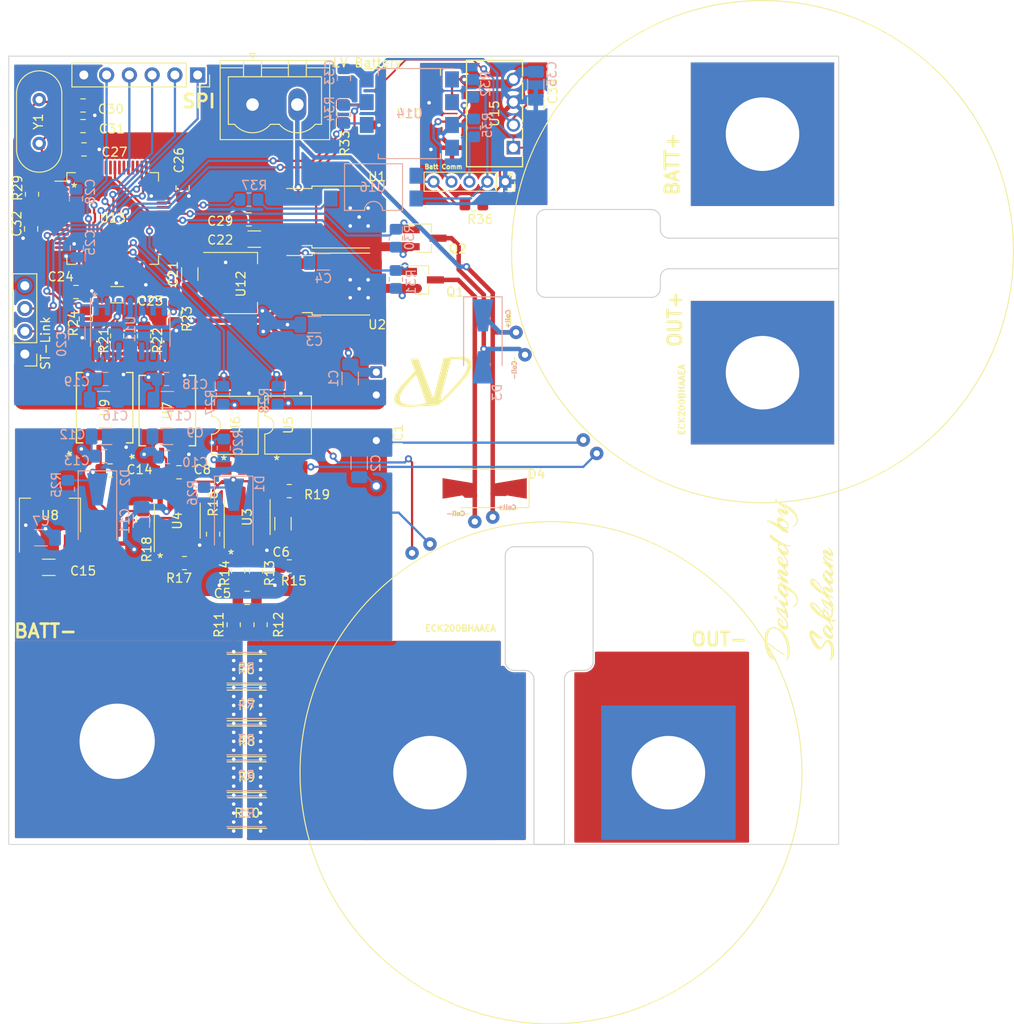
<source format=kicad_pcb>
(kicad_pcb (version 20221018) (generator pcbnew)
  (layers (0 "F.Cu" signal) (31 "B.Cu" signal) (34 "B.Paste" user) (35 "F.Paste" user) (36 "B.SilkS" user "B.Silkscreen") (37 "F.SilkS" user "F.Silkscreen") (38 "B.Mask" user) (39 "F.Mask" user) (44 "Edge.Cuts" user))
  (net 0 "")
  (net 1 "unconnected-(K1-ContactMain2-Pad6)")
  (net 2 "-BATT")
  (net 3 "Net-(K1-ContactMain1)")
  (net 4 "LV-")
  (net 5 "LV+")
  (net 6 "+12V")
  (net 7 "Net-(C5-Pad1)")
  (net 8 "Net-(C5-Pad2)")
  (net 9 "Net-(U3-+)")
  (net 10 "Net-(U3--)")
  (net 16 "Net-(U4--)")
  (net 20 "Net-(K2-ContactA1)")
  (net 21 "Net-(R19-Pad1)")
  (net 22 "Net-(K1-ContactA1)")
  (net 23 "Net-(R20-Pad1)")
  (net 24 "+5V")
  (net 25 "A0")
  (net 26 "A1")
  (net 27 "+5VD")
  (net 28 "VD")
  (net 31 "Net-(U11C--)")
  (net 32 "Net-(U11D--)")
  (net 33 "Net-(U11A-+)")
  (net 34 "Net-(U11B-+)")
  (net 35 "+3.3V")
  (net 36 "SWDIO")
  (net 37 "SWCLK")
  (net 38 "PB1")
  (net 39 "PA0")
  (net 40 "PB2")
  (net 41 "PB3")
  (net 42 "CTRL")
  (net 43 "NSS")
  (net 44 "SCK")
  (net 45 "MISO")
  (net 46 "MOSI")
  (net 80 "Net-(C30-Pad1)")
  (net 81 "Net-(U13-PF0)")
  (net 82 "Net-(U13-PG10)")
  (net 83 "Net-(U13-PF1)")
  (net 84 "TX")
  (net 85 "RX")
  (net 86 "Net-(D3-A)")
  (net 87 "Net-(D4-A)")
  (net 88 "PC8")
  (net 89 "PC9")
  (net 90 "Net-(U10-A)")
  (net 91 "Net-(U14-A)")
  (net 94 "GND1")
  (net 95 "Net-(J4-Pin_2)")
  (net 96 "Net-(J4-Pin_3)")
  (net 97 "Net-(J4-Pin_4)")
  (net 98 "Net-(J4-Pin_5)")
  (net 99 "Net-(R37-Pad1)")
  (net 100 "PA8")
  (footprint "B0505-1WR3:B0505S_MNS" (layer "F.Cu") (at 244.2082 67.81 90)
    (fp_text reference "U15")
    (fp_text value "B0505S-1WR3")
  )
  (footprint "Diode_SMD:D_SMA-SMB_Universal_Handsoldering" (layer "F.Cu") (at 241 105.8 180)
    (fp_text reference "D4")
    (fp_text value "US1m")
  )
  (footprint "Resistor_SMD:R_2512_6332Metric_Pad1.40x3.35mm_HandSolder" (layer "F.Cu") (at 214.45 126)
    (fp_text reference "R6")
    (fp_text value "5mOhm")
  )
  (footprint "Package_QFP:LQFP-64_10x10mm_P0.5mm" (layer "F.Cu") (at 199.5 75.7)
    (fp_text reference "U13")
    (fp_text value "STM32G474RETx")
  )
  (footprint "Package_DIP:SMDIP-4_W9.53mm_Clearance8mm" (layer "F.Cu") (at 219.07 98.735 90)
    (fp_text reference "U5")
    (fp_text value "EL814")
  )
  (footprint "Package_TO_SOT_SMD:SOT-23_Handsoldering" (layer "F.Cu") (at 234.3 77.9)
    (fp_text reference "Q2")
    (fp_text value "SI2318CDS (SI2318)")
  )
  (footprint "Connector_Phoenix_MSTB:PhoenixContact_MSTBVA_2,5_2-G_1x02_P5.00mm_Vertical" (layer "F.Cu") (at 215.1 63)
    (fp_text reference "J1" hide)
    (fp_text value "LV Battery")
  )
  (footprint "Package_DIP:SMDIP-4_W9.53mm_Clearance8mm" (layer "F.Cu") (at 213.13 98.765 90)
    (fp_text reference "U6")
    (fp_text value "EL814")
  )
  (footprint "Capacitor_SMD:C_1206_3216Metric_Pad1.33x1.80mm_HandSolder" (layer "F.Cu") (at 192.3625 114.6 180)
    (fp_text reference "C15")
    (fp_text value "10uF")
  )
  (footprint "Resistor_SMD:R_0805_2012Metric_Pad1.20x1.40mm_HandSolder" (layer "F.Cu") (at 202.905 109.325 -90)
    (fp_text reference "R18")
    (fp_text value "22k")
  )
  (footprint "Package_TO_SOT_SMD:TO-252-2" (layer "F.Cu") (at 225.04 75.54)
    (fp_text reference "U1")
    (fp_text value "KA78M12_TO252")
  )
  (footprint "Package_TO_SOT_SMD:SOT-223-3_TabPin2" (layer "F.Cu") (at 213.75 82.9)
    (fp_text reference "U12")
    (fp_text value "AMS1117-3.3")
  )
  (footprint "Logo:vegapod_logo" (layer "F.Cu") (at 235.3 94.2)
    (fp_text reference "G***" hide)
    (fp_text value "LOGO" hide)
  )
  (footprint "Package_SO:SOIC-8_3.9x4.9mm_P1.27mm" (layer "F.Cu") (at 206.7 109.4 90)
    (fp_text reference "U4")
    (fp_text value "OP177")
  )
  (footprint "Resistor_SMD:R_0805_2012Metric_Pad1.20x1.40mm_HandSolder" (layer "F.Cu") (at 219.2 106.1)
    (fp_text reference "R19")
    (fp_text value "1k")
  )
  (footprint "Capacitor_SMD:C_0805_2012Metric_Pad1.18x1.45mm_HandSolder" (layer "F.Cu") (at 190.4 76.8625 -90)
    (fp_text reference "C32")
    (fp_text value "100n")
  )
  (footprint "Resistor_SMD:R_2512_6332Metric_Pad1.40x3.35mm_HandSolder" (layer "F.Cu") (at 214.45 138)
    (fp_text reference "R9")
    (fp_text value "5mOhm")
  )
  (footprint "Resistor_SMD:R_2512_6332Metric_Pad1.40x3.35mm_HandSolder" (layer "F.Cu") (at 214.5 142)
    (fp_text reference "R10")
    (fp_text value "5mOhm")
  )
  (footprint "Capacitor_SMD:C_0805_2012Metric_Pad1.18x1.45mm_HandSolder" (layer "F.Cu") (at 196.2 63.1)
    (fp_text reference "C30")
    (fp_text value "22p")
  )
  (footprint "Package_TO_SOT_SMD:SOT-23_Handsoldering" (layer "F.Cu") (at 234 82.55)
    (fp_text reference "Q1")
    (fp_text value "SI2318CDS (SI2318)")
  )
  (footprint "Capacitor_SMD:C_1206_3216Metric_Pad1.33x1.80mm_HandSolder" (layer "F.Cu") (at 246.7 62.9 -90)
    (fp_text reference "C34")
    (fp_text value "10uF")
  )
  (footprint "Resistor_SMD:R_0805_2012Metric_Pad1.20x1.40mm_HandSolder" (layer "F.Cu") (at 215.5 115 -90)
    (fp_text reference "R13")
    (fp_text value "470")
  )
  (footprint "Resistor_SMD:R_2512_6332Metric_Pad1.40x3.35mm_HandSolder" (layer "F.Cu") (at 214.45 134)
    (fp_text reference "R8")
    (fp_text value "5mOhm")
  )
  (footprint "Connector_PinHeader_2.54mm:PinHeader_1x04_P2.54mm_Vertical" (layer "F.Cu") (at 189.7 90.82 180)
    (fp_text reference "J2" hide)
    (fp_text value "ST-Link")
  )
  (footprint "Resistor_SMD:R_0805_2012Metric_Pad1.20x1.40mm_HandSolder" (layer "F.Cu") (at 213.5 115 -90)
    (fp_text reference "R14")
    (fp_text value "470")
  )
  (footprint "Capacitor_SMD:C_0805_2012Metric_Pad1.18x1.45mm_HandSolder" (layer "F.Cu") (at 196.2 65.4)
    (fp_text reference "C31")
    (fp_text value "22p")
  )
  (footprint "Capacitor_SMD:C_0805_2012Metric_Pad1.18x1.45mm_HandSolder" (layer "F.Cu") (at 214.7 75.8)
    (fp_text reference "C29")
    (fp_text value "100n")
  )
  (footprint "Capacitor_SMD:C_0805_2012Metric_Pad1.18x1.45mm_HandSolder" (layer "F.Cu") (at 207.3 72.3 90)
    (fp_text reference "C26")
    (fp_text value "100n")
  )
  (footprint "Resistor_SMD:R_0805_2012Metric_Pad1.20x1.40mm_HandSolder" (layer "F.Cu") (at 219.2 114.5 180)
    (fp_text reference "R15")
    (fp_text value "22k")
  )
  (footprint "Resistor_SMD:R_0805_2012Metric_Pad1.20x1.40mm_HandSolder" (layer "F.Cu") (at 206.4 86.3 -90)
    (fp_text reference "R23")
    (fp_text value "470")
  )
  (footprint "Resistor_SMD:R_0805_2012Metric_Pad1.20x1.40mm_HandSolder" (layer "F.Cu") (at 207.505 114.125)
    (fp_text reference "R17")
    (fp_text value "470")
  )
  (footprint "Resistor_SMD:R_0805_2012Metric_Pad1.20x1.40mm_HandSolder" (layer "F.Cu") (at 196.5 86.9 -90)
    (fp_text reference "R24")
    (fp_text value "470")
  )
  (footprint "Logo:Designed by Saksham" (layer "F.Cu") (at 276.2 116 90)
    (fp_text reference "G***" hide)
    (fp_text value "LOGO" hide)
  )
  (footprint "Capacitor_SMD:C_1206_3216Metric_Pad1.33x1.80mm_HandSolder" (layer "F.Cu") (at 218.5 109.7375 -90)
    (fp_text reference "C6")
    (fp_text value "10uF")
  )
  (footprint "MountingHole:MountingHole_8.4mm_M8_Pad" (layer "F.Cu") (at 200 134)
    (fp_text reference "H1" hide)
    (fp_text value "BATT-")
  )
  (footprint "Resistor_SMD:R_0805_2012Metric_Pad1.20x1.40mm_HandSolder" (layer "F.Cu") (at 225.2 64 -90)
    (fp_text reference "R33")
    (fp_text value "470")
  )
  (footprint "Resistor_SMD:R_0805_2012Metric_Pad1.20x1.40mm_HandSolder" (layer "F.Cu") (at 213 121 90)
    (fp_text reference "R11")
    (fp_text value "10")
  )
  (footprint "Package_TO_SOT_SMD:TO-252-2" (layer "F.Cu") (at 225.065 83.015)
    (fp_text reference "U2")
    (fp_text value "KA78M05_TO252")
  )
  (footprint "Contactor:ECK200BHAAEA" (layer "F.Cu") (at 234.9 137.5)
    (fp_text reference "K1" hide)
    (fp_text value "ECK200BHAAEA")
    (fp_line (start 8.4 -12.4) (end 8.4 -24.2) (stroke (width 0.12)) (layer "Edge.Cuts"))
    (fp_line (start 9.4 -25.2) (end 17.2 -25.2) (stroke (width 0.12)) (layer "Edge.Cuts"))
    (fp_line (start 10.6 -11.4) (end 9.4 -11.4) (stroke (width 0.12)) (layer "Edge.Cuts"))
    (fp_line (start 11.6 8) (end 11.6 -10.4) (stroke (width 0.12)) (layer "Edge.Cuts"))
    (fp_line (start 15 -10.4) (end 15 8) (stroke (width 0.12)) (layer "Edge.Cuts"))
    (fp_line (start 15 8) (end 11.6 8) (stroke (width 0.12)) (layer "Edge.Cuts"))
    (fp_line (start 17.2 -11.4) (end 16 -11.4) (stroke (width 0.12)) (layer "Edge.Cuts"))
    (fp_line (start 18.2 -24.2) (end 18.2 -12.4) (stroke (width 0.12)) (layer "Edge.Cuts"))
    (fp_arc (start 8.4 -24.2) (mid 8.692893 -24.907107) (end 9.4 -25.2) (stroke (width 0.12)) (layer "Edge.Cuts"))
    (fp_arc (start 9.4 -11.4) (mid 8.692893 -11.692893) (end 8.4 -12.4) (stroke (width 0.12)) (layer "Edge.Cuts"))
    (fp_arc (start 10.6 -11.4) (mid 11.307107 -11.107107) (end 11.6 -10.4) (stroke (width 0.12)) (layer "Edge.Cuts"))
    (fp_arc (start 15 -10.4) (mid 15.292893 -11.107107) (end 16 -11.4) (stroke (width 0.12)) (layer "Edge.Cuts"))
    (fp_arc (start 17.2 -25.2) (mid 17.907107 -24.907107) (end 18.2 -24.2) (stroke (width 0.12)) (layer "Edge.Cuts"))
    (fp_arc (start 18.2 -12.4) (mid 17.907107 -11.692893) (end 17.2 -11.4) (stroke (width 0.12)) (layer "Edge.Cuts"))
  )
  (footprint "Capacitor_SMD:C_0805_2012Metric_Pad1.18x1.45mm_HandSolder" (layer "F.Cu") (at 199.2 103.8 180)
    (fp_text reference "C14")
    (fp_text value "10n")
  )
  (footprint "Resistor_SMD:R_0805_2012Metric_Pad1.20x1.40mm_HandSolder" (layer "F.Cu") (at 190.5 73 -90)
    (fp_text reference "R29")
    (fp_text value "10k")
  )
  (footprint "Resistor_SMD:R_2512_6332Metric_Pad1.40x3.35mm_HandSolder" (layer "F.Cu") (at 214.45 130)
    (fp_text reference "R7")
    (fp_text value "5mOhm")
  )
  (footprint "B1212S-2WR3:B0505S-2W" (layer "F.Cu") (at 226.91 100.46 -90)
    (property "VALUE" "B0505S-2W")
    (fp_text reference "IC1")
    (fp_text value "B0505S-2W")
  )
  (footprint "Capacitor_SMD:C_1206_3216Metric_Pad1.33x1.80mm_HandSolder" (layer "F.Cu") (at 208.1 81.9 90)
    (fp_text reference "C21")
    (fp_text value "10uF")
  )
  (footprint "Capacitor_SMD:C_1206_3216Metric_Pad1.33x1.80mm_HandSolder" (layer "F.Cu") (at 215.3 78 180)
    (fp_text reference "C22")
    (fp_text value "10uF")
  )
  (footprint "Capacitor_SMD:C_1206_3216Metric_Pad1.33x1.80mm_HandSolder" (layer "F.Cu") (at 200 84.2)
    (fp_text reference "C23")
    (fp_text value "10uF")
  )
  (footprint "Capacitor_SMD:C_0805_2012Metric_Pad1.18x1.45mm_HandSolder" (layer "F.Cu") (at 206.9 104 180)
    (fp_text reference "C8")
    (fp_text value "10n")
  )
  (footprint "ADUM4195-1:RI-8-1_ADI" (layer "F.Cu") (at 205.595 97.1232 90)
    (fp_text reference "U7")
    (fp_text value "ADUM4195-1BRIZ")
  )
  (footprint "Resistor_SMD:R_0805_2012Metric_Pad1.20x1.40mm_HandSolder" (layer "F.Cu") (at 239.8 74.1)
    (fp_text reference "R36")
    (fp_text value "470")
  )
  (footprint "Resistor_SMD:R_0805_2012Metric_Pad1.20x1.40mm_HandSolder" (layer "F.Cu") (at 203 88.8 -90)
    (fp_text reference "R22")
    (fp_text value "4.7k")
  )
  (footprint "Crystal:Crystal_HC49-U_Vertical" (layer "F.Cu") (at 191.3 62.45 -90)
    (fp_text reference "Y1")
    (fp_text value "Crystal")
  )
  (footprint "Connector_PinSocket_2.00mm:PinSocket_1x05_P2.00mm_Vertical" (layer "F.Cu") (at 243.3 71.6 -90)
    (fp_text reference "J4" hide)
    (fp_text value "Batt Comm")
  )
  (footprint "Package_TO_SOT_SMD:SOT-223-3_TabPin2" (layer "F.Cu") (at 192.5 108.8 90)
    (fp_text reference "U8")
    (fp_text value "AMS1117-5.0")
  )
  (footprint "ADUM4195-1:RI-8-1_ADI" (layer "F.Cu") (at 198.6 96.8 90)
    (fp_text reference "U9")
    (fp_text value "ADUM4195-1BRIZ")
  )
  (footprint "Contactor:ECK200BHAAEA" (layer "F.Cu") (at 272 92.9 90)
    (fp_text reference "K2" hide)
    (fp_text value "ECK200BHAAEA")
    (fp_line (start 8.4 -12.4) (end 8.4 -24.2) (stroke (width 0.12)) (layer "Edge.Cuts"))
    (fp_line (start 9.4 -25.2) (end 17.2 -25.2) (stroke (width 0.12)) (layer "Edge.Cuts"))
    (fp_line (start 10.6 -11.4) (end 9.4 -11.4) (stroke (width 0.12)) (layer "Edge.Cuts"))
    (fp_line (start 11.6 8.5) (end 11.6 -10.4) (stroke (width 0.12)) (layer "Edge.Cuts"))
    (fp_line (start 15 -10.4) (end 15 8.5) (stroke (width 0.12)) (layer "Edge.Cuts"))
    (fp_line (start 15 8.5) (end 11.6 8.5) (stroke (width 0.12)) (layer "Edge.Cuts"))
    (fp_line (start 17.2 -11.4) (end 16 -11.4) (stroke (width 0.12)) (layer "Edge.Cuts"))
    (fp_line (start 18.2 -24.2) (end 18.2 -12.4) (stroke (width 0.12)) (layer "Edge.Cuts"))
    (fp_arc (start 8.4 -24.2) (mid 8.692893 -24.907107) (end 9.4 -25.2) (stroke (width 0.12)) (layer "Edge.Cuts"))
    (fp_arc (start 9.4 -11.4) (mid 8.692893 -11.692893) (end 8.4 -12.4) (stroke (width 0.12)) (layer "Edge.Cuts"))
    (fp_arc (start 10.6 -11.4) (mid 11.307107 -11.107107) (end 11.6 -10.4) (stroke (width 0.12)) (layer "Edge.Cuts"))
    (fp_arc (start 15 -10.4) (mid 15.292893 -11.107107) (end 16 -11.4) (stroke (width 0.12)) (layer "Edge.Cuts"))
    (fp_arc (start 17.2 -25.2) (mid 17.907107 -24.907107) (end 18.2 -24.2) (stroke (width 0.12)) (layer "Edge.Cuts"))
    (fp_arc (start 18.2 -12.4) (mid 17.907107 -11.692893) (end 17.2 -11.4) (stroke (width 0.12)) (layer "Edge.Cuts"))
  )
  (footprint "Capacitor_SMD:C_0805_2012Metric_Pad1.18x1.45mm_HandSolder" (layer "F.Cu") (at 195.4 83.9 180)
    (fp_text reference "C24")
    (fp_text value "100n")
  )
  (footprint "Capacitor_SMD:C_0805_2012Metric_Pad1.18x1.45mm_HandSolder" (layer "F.Cu") (at 214.5 118)
    (fp_text reference "C5")
    (fp_text value "100n")
  )
  (footprint "Connector_PinSocket_2.54mm:PinSocket_1x06_P2.54mm_Vertical" (layer "F.Cu") (at 208.98 59.7 -90)
    (fp_text reference "J3" hide)
    (fp_text value "Conn_01x06_Pin")
  )
  (footprint "Resistor_SMD:R_0805_2012Metric_Pad1.20x1.40mm_HandSolder" (layer "F.Cu") (at 200 88.8 -90)
    (fp_text reference "R21")
    (fp_text value "4.7k")
  )
  (footprint "Package_SO:SSO-8_6.7x9.8mm_P2.54mm_Clearance8mm" (layer "F.Cu") (at 232.6 64)
    (fp_text reference "U10")
    (fp_text value "6N137")
  )
  (footprint "Resistor_SMD:R_0805_2012Metric_Pad1.20x1.40mm_HandSolder" (layer "F.Cu") (at 216 121 90)
    (fp_text reference "R12")
    (fp_text value "10")
  )
  (footprint "Resistor_SMD:R_0805_2012Metric_Pad1.20x1.40mm_HandSolder" (layer "F.Cu") (at 210.7 110.9 -90)
    (fp_text reference "R16")
    (fp_text value "22k")
  )
  (footprint "Package_SO:SOIC-8_3.9x4.9mm_P1.27mm" (layer "F.Cu") (at 214.5 109 90)
    (fp_text reference "U3")
    (fp_text value "OP177")
  )
  (footprint "Capacitor_SMD:C_0805_2012Metric_Pad1.18x1.45mm_HandSolder" (layer "F.Cu") (at 196.3 68 180)
    (fp_text reference "C27")
    (fp_text value "100n")
  )
  (footprint "Capacitor_SMD:C_1206_3216Metric_Pad1.33x1.80mm_HandSolder" (layer "B.Cu") (at 195.5 88.5 -90)
    (fp_text reference "C20")
    (fp_text value "10uF")
  )
  (footprint "Package_DIP:SMDIP-4_W9.53mm_Clearance8mm" (layer "B.Cu") (at 228.6 72.2)
    (fp_text reference "U16")
    (fp_text value "EL814")
  )
  (footprint "Resistor_SMD:R_2512_6332Metric_Pad1.40x3.35mm_HandSolder" (layer "B.Cu") (at 214.4 133.8)
    (fp_text reference "R3")
    (fp_text value "5mOhm")
  )
  (footprint "Capacitor_SMD:C_1206_3216Metric_Pad1.33x1.80mm_HandSolder" (layer "B.Cu") (at 198.5 95.9)
    (fp_text reference "C16")
    (fp_text value "10uF")
  )
  (footprint "Resistor_SMD:R_2512_6332Metric_Pad1.40x3.35mm_HandSolder" (layer "B.Cu") (at 214.4 129.74)
    (fp_text reference "R4")
    (fp_text value "5mOhm")
  )
  (footprint "Resistor_SMD:R_0805_2012Metric_Pad1.20x1.40mm_HandSolder" (layer "B.Cu") (at 217.9 95.4 90)
    (fp_text reference "R28")
    (fp_text value "470")
  )
  (footprint "Resistor_SMD:R_2512_6332Metric_Pad1.40x3.35mm_HandSolder" (layer "B.Cu") (at 214.4 141.8)
    (fp_text reference "R1")
    (fp_text value "5mOhm")
  )
  (footprint "Capacitor_SMD:C_1206_3216Metric_Pad1.33x1.80mm_HandSolder" (layer "B.Cu") (at 198.7 100)
    (fp_text reference "C12")
    (fp_text value "10uF")
  )
  (footprint "Resistor_SMD:R_0805_2012Metric_Pad1.20x1.40mm_HandSolder" (layer "B.Cu") (at 225.3 64.1 90)
    (fp_text reference "R34")
    (fp_text value "470")
  )
  (footprint "Resistor_SMD:R_0805_2012Metric_Pad1.20x1.40mm_HandSolder" (layer "B.Cu") (at 194.5 105.9 -90)
    (fp_text reference "R25")
    (fp_text value "470")
  )
  (footprint "Resistor_SMD:R_0805_2012Metric_Pad1.20x1.40mm_HandSolder" (layer "B.Cu") (at 239.8 65.6 90)
    (fp_text reference "R35")
    (fp_text value "470")
  )
  (footprint "Resistor_SMD:R_2512_6332Metric_Pad1.40x3.35mm_HandSolder" (layer "B.Cu") (at 214.4 137.8)
    (fp_text reference "R2")
    (fp_text value "5mOhm")
  )
  (footprint "Capacitor_SMD:C_0805_2012Metric_Pad1.18x1.45mm_HandSolder" (layer "B.Cu") (at 195.5 79 -90)
    (fp_text reference "C25")
    (fp_text value "100n")
  )
  (footprint "Package_SO:SOIC-14_3.9x8.7mm_P1.27mm" (layer "B.Cu") (at 201.46 88.025 -90)
    (fp_text reference "U11")
    (fp_text value "LM324")
  )
  (footprint "Package_SO:SSO-8_6.7x9.8mm_P2.54mm_Clearance8mm" (layer "B.Cu") (at 232.6 64 180)
    (fp_text reference "U14")
    (fp_text value "6N137")
  )
  (footprint "Diode_SMD:D_SMA-SMB_Universal_Handsoldering" (layer "B.Cu") (at 197.8 108.8 -90)
    (fp_text reference "D2")
    (fp_text value "Zener-5.1V")
  )
  (footprint "Resistor_SMD:R_0805_2012Metric_Pad1.20x1.40mm_HandSolder" (layer "B.Cu") (at 214.7 73.6 180)
    (fp_text reference "R37")
    (fp_text value "470")
  )
  (footprint "Capacitor_SMD:C_1206_3216Metric_Pad1.33x1.80mm_HandSolder" (layer "B.Cu") (at 226 93.54 -90)
    (fp_text reference "C1")
    (fp_text value "10uF")
  )
  (footprint "Resistor_SMD:R_0805_2012Metric_Pad1.20x1.40mm_HandSolder" (layer "B.Cu") (at 209.7 106.7 -90)
    (fp_text reference "R26")
    (fp_text value "470")
  )
  (footprint "Capacitor_SMD:C_0805_2012Metric_Pad1.18x1.45mm_HandSolder" (layer "B.Cu") (at 225.3 60.0625 90)
    (fp_text reference "C33")
    (fp_text value "100n")
  )
  (footprint "Capacitor_SMD:C_1206_3216Metric_Pad1.33x1.80mm_HandSolder" (layer "B.Cu") (at 222 87.54)
    (fp_text reference "C3")
    (fp_text value "10uF")
  )
  (footprint "Capacitor_SMD:C_1206_3216Metric_Pad1.33x1.80mm_HandSolder" (layer "B.Cu") (at 227 102.9775 90)
    (fp_text reference "C2")
    (fp_text value "10uF")
  )
  (footprint "Capacitor_SMD:C_1206_3216Metric_Pad1.33x1.80mm_HandSolder" (layer "B.Cu") (at 202.7 109.4375 -90)
    (fp_text reference "C11")
    (fp_text value "10uF")
  )
  (footprint "Resistor_SMD:R_0805_2012Metric_Pad1.20x1.40mm_HandSolder" (layer "B.Cu") (at 231.1 77.9 -90)
    (fp_text reference "R30")
    (fp_text value "470")
  )
  (footprint "Capacitor_SMD:C_0805_2012Metric_Pad1.18x1.45mm_HandSolder" (layer "B.Cu") (at 198.6 102.2 180)
    (fp_text reference "C13")
    (fp_text value "100n")
  )
  (footprint "Capacitor_SMD:C_1206_3216Metric_Pad1.33x1.80mm_HandSolder" (layer "B.Cu") (at 191.5 111.3 180)
    (fp_text reference "C7")
    (fp_text value "10uF")
  )
  (footprint "Resistor_SMD:R_0805_2012Metric_Pad1.20x1.40mm_HandSolder" (layer "B.Cu") (at 211.8 95.4 90)
    (fp_text reference "R27")
    (fp_text value "470")
  )
  (footprint "Resistor_SMD:R_0805_2012Metric_Pad1.20x1.40mm_HandSolder" (layer "B.Cu") (at 231.1 82.5 -90)
    (fp_text reference "R31")
    (fp_text value "470")
  )
  (footprint "Capacitor_SMD:C_0805_2012Metric_Pad1.18x1.45mm_HandSolder" (layer "B.Cu") (at 198.7 93.6 180)
    (fp_text reference "C19")
    (fp_text value "100n")
  )
  (footprint "Capacitor_SMD:C_0805_2012Metric_Pad1.18x1.45mm_HandSolder" (layer "B.Cu") (at 205.5 93.6 180)
    (fp_text reference "C18")
    (fp_text value "100n")
  )
  (footprint "Capacitor_SMD:C_1206_3216Metric_Pad1.33x1.80mm_HandSolder" (layer "B.Cu") (at 205.6 95.9)
    (fp_text reference "C17")
    (fp_text value "10uF")
  )
  (footprint "Capacitor_SMD:C_0805_2012Metric_Pad1.18x1.45mm_HandSolder" (layer "B.Cu") (at 205.6 102.3 180)
    (fp_text reference "C10")
    (fp_text value "100n")
  )
  (footprint "Capacitor_SMD:C_0805_2012Metric_Pad1.18x1.45mm_HandSolder" (layer "B.Cu") (at 195.4 73.5 90)
    (fp_text reference "C28")
    (fp_text value "100n")
  )
  (footprint "Capacitor_SMD:C_1206_3216Metric_Pad1.33x1.80mm_HandSolder" (layer "B.Cu") (at 205.5 100)
    (fp_text reference "C9")
    (fp_text value "10uF")
  )
  (footprint "Resistor_SMD:R_0805_2012Metric_Pad1.20x1.40mm_HandSolder" (layer "B.Cu") (at 239.7 61.2 90)
    (fp_text reference "R32")
    (fp_text value "470")
  )
  (footprint "Resistor_SMD:R_0805_2012Metric_Pad1.20x1.40mm_HandSolder" (layer "B.Cu") (at 211.9 101.3 90)
    (fp_text reference "R20")
    (fp_text value "1k")
  )
  (footprint "Diode_SMD:D_SMA-SMB_Universal_Handsoldering" (layer "B.Cu") (at 240.8 89.4 -90)
    (fp_text reference "D3")
    (fp_text value "US1m")
  )
  (footprint "Diode_SMD:D_SMA-SMB_Universal_Handsoldering" (layer "B.Cu") (at 213 109.4 -90)
    (fp_text reference "D1")
    (fp_text value "Zener-5.1V")
  )
  (footprint "Capacitor_SMD:C_1206_3216Metric_Pad1.33x1.80mm_HandSolder" (layer "B.Cu") (at 223 80.54)
    (fp_text reference "C4")
    (fp_text value "10uF")
  )
  (footprint "Resistor_SMD:R_2512_6332Metric_Pad1.40x3.35mm_HandSolder" (layer "B.Cu") (at 214.4 125.8)
    (fp_text reference "R5")
    (fp_text value "5mOhm")
  )
  (footprint "Capacitor_SMD:C_1206_3216Metric_Pad1.33x1.80mm_HandSolder" (layer "B.Cu") (at 246.7 60.9 -90)
    (fp_text reference "C35")
    (fp_text value "10uF")
  )
  (gr_rect (start 187.9 57.6) (end 280.5 145.5) (stroke (width 0.1)) (fill none) (layer "Edge.Cuts"))
  (gr_text "Coil-" (at 244.6 91.5 90) (layer "B.SilkS") (effects (font (size 0.5 0.5) (thickness 0.125) bold) (justify left bottom mirror)))
  (gr_text "Coil+" (at 244.6 108.2) (layer "B.SilkS") (effects (font (size 0.5 0.5) (thickness 0.125) bold) (justify left bottom mirror)))
  (gr_text "*" (at 197.5 84.5) (layer "B.SilkS") (effects (font (size 1 1))))
  (gr_text "Coil+" (at 243.9 85.8 90) (layer "B.SilkS") (effects (font (size 0.5 0.5) (thickness 0.125) bold) (justify left bottom mirror)))
  (gr_text "Coil-" (at 238.9 108.9) (layer "B.SilkS") (effects (font (size 0.5 0.5) (thickness 0.125) bold) (justify left bottom mirror)))
  (gr_text "OUT+" (at 263.1 90.2 90) (layer "F.SilkS") (effects (font (size 1.5 1.5) (thickness 0.3) bold) (justify left bottom)))
  (gr_text "*" (at 195.2 72.3) (layer "F.SilkS") (effects (font (size 1 1))))
  (gr_text "OUT-" (at 263.9 123.5) (layer "F.SilkS") (effects (font (size 1.5 1.5) (thickness 0.3) bold) (justify left bottom)))
  (gr_text "Coil+" (at 244 87.8 90) (layer "F.SilkS") (effects (font (size 0.5 0.5) (thickness 0.125) bold) (justify left bottom)))
  (gr_text "*" (at 204.8 113.6) (layer "F.SilkS") (effects (font (size 1 1))))
  (gr_text "Coil+" (at 242.6 108.3) (layer "F.SilkS") (effects (font (size 0.5 0.5) (thickness 0.125) bold) (justify left bottom)))
  (gr_text "SPI" (at 207.1 63.5) (layer "F.SilkS") (effects (font (size 1.5 1.5) (thickness 0.3) bold) (justify left bottom)))
  (gr_text "*" (at 217.8 102.7) (layer "F.SilkS") (effects (font (size 1 1))))
  (gr_text "Coil-" (at 237.2 108.9) (layer "F.SilkS") (effects (font (size 0.5 0.5) (thickness 0.125) bold) (justify left bottom)))
  (gr_text "*" (at 212.7 113.2) (layer "F.SilkS") (effects (font (size 1 1))))
  (gr_text "*" (at 211.9 102.7) (layer "F.SilkS") (effects (font (size 1 1))))
  (gr_text "Coil-" (at 244.6 93.2 90) (layer "F.SilkS") (effects (font (size 0.5 0.5) (thickness 0.125) bold) (justify left bottom)))
  (gr_text "BATT+" (at 262.8 73.3 90) (layer "F.SilkS") (effects (font (size 1.5 1.5) (thickness 0.3) bold) (justify left bottom)))
  (segment (start 216.405 112.405) (end 216.7 112.7) (width 0.25) (layer "F.Cu") (net 2))
  (segment (start 220.2 114.5) (end 218.4 112.7) (width 0.25) (layer "F.Cu") (net 2))
  (segment (start 208.505 114.125) (end 208.505 111.975) (width 0.25) (layer "F.Cu") (net 2))
  (segment (start 218.4 112.7) (end 216.7 112.7) (width 0.25) (layer "F.Cu") (net 2))
  (segment (start 208.505 111.975) (end 208.605 111.875) (width 0.25) (layer "F.Cu") (net 2))
  (segment (start 190.2 111.95) (end 190.2 110.3) (width 0.5) (layer "F.Cu") (net 2))
  (segment (start 200.505 101.6768) (end 200.5232 101.6768) (width 0.25) (layer "F.Cu") (net 2))
  (segment (start 190.8 112.55) (end 190.2 111.95) (width 1) (layer "F.Cu") (net 2))
  (segment (start 213 122) (end 213 124) (width 0.25) (layer "F.Cu") (net 2))
  (segment (start 199.235 101.6768) (end 200.505 101.6768) (width 0.25) (layer "F.Cu") (net 2))
  (segment (start 200.2375 101.9443) (end 200.505 101.6768) (width 0.25) (layer "F.Cu") (net 2))
  (segment (start 207.9375 104) (end 207.9375 102.4375) (width 0.25) (layer "F.Cu") (net 2))
  (segment (start 190.2 110.3) (end 189.8 109.9) (width 0.5) (layer "F.Cu") (net 2))
  (segment (start 207.9375 102.4375) (end 207.5 102) (width 0.25) (layer "F.Cu") (net 2))
  (segment (start 218.5 111.3) (end 216.58 111.3) (width 0.25) (layer "F.Cu") (net 2))
  (segment (start 200.5232 101.6768) (end 201 101.2) (width 0.25) (layer "F.Cu") (net 2))
  (segment (start 216.58 111.3) (end 216.405 111.475) (width 0.25) (layer "F.Cu") (net 2))
  (segment (start 208.955 111.875) (end 209.205 112.125) (width 0.25) (layer "F.Cu") (net 2))
  (segment (start 208.605 111.875) (end 208.955 111.875) (width 0.25) (layer "F.Cu") (net 2))
  (segment (start 206.23 102) (end 207.5 102) (width 0.25) (layer "F.Cu") (net 2))
  (segment (start 190.8 114.6) (end 190.8 112.55) (width 1) (layer "F.Cu") (net 2))
  (segment (start 200.2375 103.8) (end 200.2375 101.9443) (width 0.25) (layer "F.Cu") (net 2))
  (segment (start 207.5 102) (end 208 102) (width 0.25) (layer "F.Cu") (net 2))
  (segment (start 216.405 111.475) (end 216.405 112.405) (width 0.25) (layer "F.Cu") (net 2))
  (via (at 208 102) (size 0.8) (drill 0.4) (layers "F.Cu" "B.Cu") (net 2))
  (via (at 213 141) (size 0.8) (drill 0.4) (layers "F.Cu" "B.Cu") (net 2))
  (via (at 213 140) (size 0.8) (drill 0.4) (layers "F.Cu" "B.Cu") (net 2))
  (via (at 216.7 112.7) (size 0.8) (drill 0.4) (layers "F.Cu" "B.Cu") (net 2))
  (via (at 213 128) (size 0.8) (drill 0.4) (layers "F.Cu" "B.Cu") (net 2))
  (via (at 213 144) (size 0.8) (drill 0.4) (layers "F.Cu" "B.Cu") (net 2))
  (via (at 213 131) (size 0.8) (drill 0.4) (layers "F.Cu" "B.Cu") (net 2))
  (via (at 213 138) (size 0.8) (drill 0.4) (layers "F.Cu" "B.Cu") (net 2))
  (via (at 189.8 109.9) (size 0.8) (drill 0.4) (layers "F.Cu" "B.Cu") (net 2))
  (via (at 213 130) (size 0.8) (drill 0.4) (layers "F.Cu" "B.Cu") (net 2))
  (via (at 213 134) (size 0.8) (drill 0.4) (layers "F.Cu" "B.Cu") (net 2))
  (via (at 213 126) (size 0.8) (drill 0.4) (layers "F.Cu" "B.Cu") (net 2))
  (via (at 213 127) (size 0.8) (drill 0.4) (layers "F.Cu" "B.Cu") (net 2))
  (via (at 213 139) (size 0.8) (drill 0.4) (layers "F.Cu" "B.Cu") (net 2))
  (via (at 213 133) (size 0.8) (drill 0.4) (layers "F.Cu" "B.Cu") (net 2))
  (via (at 213 125) (size 0.8) (drill 0.4) (layers "F.Cu" "B.Cu") (net 2))
  (via (at 213 124) (size 0.8) (drill 0.4) (layers "F.Cu" "B.Cu") (net 2))
  (via (at 213 137) (size 0.8) (drill 0.4) (layers "F.Cu" "B.Cu") (net 2))
  (via (at 213 142) (size 0.8) (drill 0.4) (layers "F.Cu" "B.Cu") (net 2))
  (via (at 213 143) (size 0.8) (drill 0.4) (layers "F.Cu" "B.Cu") (net 2))
  (via (at 209.205 112.125) (size 0.8) (drill 0.4) (layers "F.Cu" "B.Cu") (net 2))
  (via (at 213 135) (size 0.8) (drill 0.4) (layers "F.Cu" "B.Cu") (net 2))
  (via (at 213 136) (size 0.8) (drill 0.4) (layers "F.Cu" "B.Cu") (net 2))
  (via (at 213 132) (size 0.8) (drill 0.4) (layers "F.Cu" "B.Cu") (net 2))
  (via (at 201 101.2) (size 0.8) (drill 0.4) (layers "F.Cu" "B.Cu") (net 2))
  (via (at 213 129) (size 0.8) (drill 0.4) (layers "F.Cu" "B.Cu") (net 2))
  (segment (start 251.7 100.7) (end 230.7 100.7) (width 0.25) (layer "B.Cu") (net 2))
  (segment (start 252 100.4) (end 251.7 100.7) (width 0.25) (layer "B.Cu") (net 2))
  (segment (start 227 101.415) (end 227.955 101.415) (width 0.25) (layer "B.Cu") (net 2))
  (segment (start 200.2625 101.575) (end 199.6375 102.2) (width 0.25) (layer "B.Cu") (net 2))
  (segment (start 234.9 112) (end 231.4 108.5) (width 0.25) (layer "B.Cu") (net 2))
  (segment (start 230.7 100.7) (end 229.7 99.7) (width 0.25) (layer "B.Cu") (net 2))
  (segment (start 231.4 108.5) (end 230.1 108.5) (width 0.25) (layer "B.Cu") (net 2))
  (segment (start 207.0625 101.875) (end 206.6375 102.3) (width 0.25) (layer "B.Cu") (net 2))
  (segment (start 227.955 101.415) (end 228.91 100.46) (width 0.25) (layer "B.Cu") (net 2))
  (segment (start 200.2625 100) (end 200.2625 101.575) (width 0.25) (layer "B.Cu") (net 2))
  (segment (start 207.0625 100) (end 207.0625 101.875) (width 0.25) (layer "B.Cu") (net 2))
  (segment (start 216 122) (end 216 124) (width 0.25) (layer "F.Cu") (net 3))
  (via (at 216 125) (size 0.8) (drill 0.4) (layers "F.Cu" "B.Cu") (net 3))
  (via (at 216 132) (size 0.8) (drill 0.4) (layers "F.Cu" "B.Cu") (net 3))
  (via (at 216 126) (size 0.8) (drill 0.4) (layers "F.Cu" "B.Cu") (net 3))
  (via (at 216 134) (size 0.8) (drill 0.4) (layers "F.Cu" "B.Cu") (net 3))
  (via (at 216 129) (size 0.8) (drill 0.4) (layers "F.Cu" "B.Cu") (net 3))
  (via (at 216 133) (size 0.8) (drill 0.4) (layers "F.Cu" "B.Cu") (net 3))
  (via (at 216 140) (size 0.8) (drill 0.4) (layers "F.Cu" "B.Cu") (net 3))
  (via (at 216 141) (size 0.8) (drill 0.4) (layers "F.Cu" "B.Cu") (net 3))
  (via (at 216 124) (size 0.8) (drill 0.4) (layers "F.Cu" "B.Cu") (net 3))
  (via (at 216 136) (size 0.8) (drill 0.4) (layers "F.Cu" "B.Cu") (net 3))
  (via (at 216 142) (size 0.8) (drill 0.4) (layers "F.Cu" "B.Cu") (net 3))
  (via (at 216 144) (size 0.8) (drill 0.4) (layers "F.Cu" "B.Cu") (net 3))
  (via (at 216 135) (size 0.8) (drill 0.4) (layers "F.Cu" "B.Cu") (net 3))
  (via (at 216 143) (size 0.8) (drill 0.4) (layers "F.Cu" "B.Cu") (net 3))
  (via (at 216 130) (size 0.8) (drill 0.4) (layers "F.Cu" "B.Cu") (net 3))
  (via (at 216 137) (size 0.8) (drill 0.4) (layers "F.Cu" "B.Cu") (net 3))
  (via (at 216 139) (size 0.8) (drill 0.4) (layers "F.Cu" "B.Cu") (net 3))
  (via (at 216 138) (size 0.8) (drill 0.4) (layers "F.Cu" "B.Cu") (net 3))
  (via (at 216 131) (size 0.8) (drill 0.4) (layers "F.Cu" "B.Cu") (net 3))
  (via (at 216 128) (size 0.8) (drill 0.4) (layers "F.Cu" "B.Cu") (net 3))
  (via (at 216 127) (size 0.8) (drill 0.4) (layers "F.Cu" "B.Cu") (net 3))
  (segment (start 246.7 66.6) (end 245.49 67.81) (width 0.2) (layer "F.Cu") (net 4))
  (segment (start 200 89.8) (end 200.5 89.8) (width 0.2) (layer "F.Cu") (net 4))
  (segment (start 197.5375 68) (end 197.2375 68.3) (width 0.2) (layer "F.Cu") (net 4))
  (segment (start 206.390256 72.45) (end 207.3 73.359744) (width 0.4) (layer "F.Cu") (net 4))
  (segment (start 200.5 89.8) (end 201.4 88.9) (width 0.2) (layer "F.Cu") (net 4))
  (segment (start 200.505 91.9232) (end 199.235 91.9232) (width 0.2) (layer "F.Cu") (net 4))
  (segment (start 196.5 87.9) (end 196.5 88.6) (width 0.2) (layer "F.Cu") (net 4))
  (segment (start 224.65 77.09) (end 224.625 77.065) (width 0.2) (layer "F.Cu") (net 4))
  (segment (start 220.34 95.04) (end 220.5 95.2) (width 0.2) (layer "F.Cu") (net 4))
  (segment (start 240.15 58.45) (end 239.7 58) (width 0.2) (layer "F.Cu") (net 4))
  (segment (start 232.5 83.6) (end 231.8 84.3) (width 0.2) (layer "F.Cu") (net 4))
  (segment (start 240.15 58.45) (end 240.712299 59.012299) (width 0.2) (layer "F.Cu") (net 4))
  (segment (start 213.7375 78.9625) (end 212.1 80.6) (width 2) (layer "F.Cu") (net 4))
  (segment (start 203.79158 73.192077) (end 203.799503 73.2) (width 0.4) (layer "F.Cu") (net 4))
  (segment (start 207.5 92.2464) (end 207.5 93.2) (width 0.25) (layer "F.Cu") (net 4))
  (segment (start 207.3 73.8375) (end 207.3625 73.8375) (width 0.2) (layer "F.Cu") (net 4))
  (segment (start 220.34 93.97) (end 220.34 95.04) (width 0.2) (layer "F.Cu") (net 4))
  (segment (start 194.63241 78.95) (end 193.825 78.95) (width 0.2) (layer "F.Cu") (net 4))
  (segment (start 232.5 83.5) (end 232.5 83.6) (width 0.2) (layer "F.Cu") (net 4))
  (segment (start 199.9 82.9) (end 200.03241 82.9) (width 0.2) (layer "F.Cu") (net 4))
  (segment (start 229.169502 65.27) (end 229.199502 65.3) (width 0.2) (layer "F.Cu") (net 4))
  (segment (start 203.2 83.1) (end 202.6625 83.1) (width 1) (layer "F.Cu") (net 4))
  (segment (start 200.7 93.1) (end 200.7 92.1182) (width 1) (layer "F.Cu") (net 4))
  (segment (start 206.23 92.2464) (end 207.5 92.2464) (width 0.25) (layer "F.Cu") (net 4))
  (segment (start 213.7375 78) (end 213.5375 77.8) (width 2) (layer "F.Cu") (net 4))
  (segment (start 207.3625 73.8375) (end 208 73.2) (width 0.2) (layer "F.Cu") (net 4))
  (segment (start 200.03241 82.9) (end 200.75 82.18241) (width 0.2) (layer "F.Cu") (net 4))
  (segment (start 226.325 83.015) (end 226.325 75.565) (width 3) (layer "F.Cu") (net 4))
  (segment (start 206.4 87.3) (end 206.4 88) (width 0.2) (layer "F.Cu") (net 4))
  (segment (start 214.4 94) (end 214.4 94.9) (width 0.2) (layer "F.Cu") (net 4))
  (segment (start 202.6625 83.1) (end 201.5625 84.2) (width 1) (layer "F.Cu") (net 4))
  (segment (start 207.3 73.359744) (end 207.3 73.8375) (width 0.2) (layer "F.Cu") (net 4))
  (segment (start 213.7375 78) (end 213.7375 78.9625) (width 2) (layer "F.Cu") (net 4))
  (segment (start 195.050011 78.532399) (end 194.63241 78.95) (width 0.2) (layer "F.Cu") (net 4))
  (segment (start 203.85 72.45) (end 203.79158 72.50842) (width 0.2) (layer "F.Cu") (net 4))
  (segment (start 232.2 58) (end 229.169502 61.030498) (width 0.2) (layer "F.Cu") (net 4))
  (segment (start 233.5 83.5) (end 226.81 83.5) (width 1) (layer "F.Cu") (net 4))
  (segment (start 197.1755 83.778449) (end 197.053949 83.9) (width 0.2) (layer "F.Cu") (net 4))
  (segment (start 231.9 79.7) (end 231.95 79.7) (width 0.2) (layer "F.Cu") (net 4))
  (segment (start 227.84 65.27) (end 229.169502 65.27) (width 1) (layer "F.Cu") (net 4))
  (segment (start 200.7 92.1182) (end 200.505 91.9232) (width 0.2) (layer "F.Cu") (net 4))
  (segment (start 240.712299 59.012299) (end 240.887701 59.012299) (width 0.2) (layer "F.Cu") (net 4))
  (segment (start 205.175 72.45) (end 206.390256 72.45) (width 0.3) (layer "F.Cu") (net 4))
  (segment (start 196.5 88.6) (end 196.1 89) (width 0.2) (layer "F.Cu") (net 4))
  (segment (start 210.3375 80.3375) (end 210.6 80.6) (width 0.2) (layer "F.Cu") (net 4))
  (segment (start 202.3 89.8) (end 201.4 88.9) (width 0.2) (layer "F.Cu") (net 4))
  (segment (start 232.8 78.85) (end 228.49 78.85) (width 1) (layer "F.Cu") (net 4))
  (segment (start 203.79158 72.50842) (end 203.79158 73.192077) (width 0.4) (layer "F.Cu") (net 4))
  (segment (start 202.75 83.0125) (end 202.6625 83.1) (width 0.2) (layer "F.Cu") (net 4))
  (segment (start 197.1375 64.5625) (end 197.5 64.2) (width 0.2) (layer "F.Cu") (net 4))
  (segment (start 228 77.09) (end 227.975 77.065) (width 0.2) (layer "F.Cu") (net 4))
  (segment (start 200.75 82.18241) (end 200.75 81.375) (width 0.2) (layer "F.Cu") (net 4))
  (segment (start 202.75 81.375) (end 202.75 83.0125) (width 0.2) (layer "F.Cu") (net 4))
  (segment (start 196.25 70.025) (end 196.25 69.0875) (width 0.2) (layer "F.Cu") (net 4))
  (segment (start 197.2375 63.1) (end 197.2375 63.9375) (width 0.2) (layer "F.Cu") (net 4))
  (segment (start 246.7 64.4625) (end 246.7 66.6) (width 0.2) (layer "F.Cu") (net 4))
  (segment (start 229.169502 61.030498) (end 229.169502 65.27) (width 0.2) (layer "F.Cu") (net 4))
  (segment (start 197.053949 83.9) (end 196.4375 83.9) (width 0.2) (layer "F.Cu") (net 4))
  (segment (start 206.4 88) (end 206.6 88.2) (width 0.2) (layer "F.Cu") (net 4))
  (segment (start 231.95 79.7) (end 232.8 78.85) (width 0.2) (layer "F.Cu") (net 4))
  (segment (start 228.09 76.95) (end 227.975 77.065) (width 0.2) (layer "F.Cu") (net 4))
  (segment (start 239.7 58) (end 232.2 58) (width 0.2) (layer "F.Cu") (net 4))
  (segment (start 197.2375 63.9375) (end 197.5 64.2) (width 0.2) (layer "F.Cu") (net 4))
  (segment (start 214.4 94.9) (end 214.7 95.2) (width 0.2) (layer "F.Cu") (net 4))
  (segment (start 195.1995 78.532399) (end 195.050011 78.532399) (width 0.2) (layer "F.Cu") (net 4))
  (segment (start 228 81.49) (end 228 77.09) (width 3) (layer "F.Cu") (net 4))
  (segment (start 245.49 67.81) (end 244.2082 67.81) (width 0.2) (layer "F.Cu") (net 4))
  (segment (start 229.199502 65.3) (end 229.179502 65.32) (width 0.2) (layer "F.Cu") (net 4))
  (segment (start 208.1 80.3375) (end 210.3375 80.3375) (width 2) (layer "F.Cu") (net 4))
  (segment (start 203 89.8) (end 202.3 89.8) (width 0.2) (layer "F.Cu") (net 4))
  (segment (start 226.81 83.5) (end 226.325 83.015) (width 0.2) (layer "F.Cu") (net 4))
  (segment (start 226.325 75.565) (end 226.3 75.54) (width 0.2) (layer "F.Cu") (net 4))
  (segment (start 190.4 77.9) (end 189.5 77.9) (width 0.2) (layer "F.Cu") (net 4))
  (segment (start 227.7725 65.3375) (end 227.84 65.27) (width 0.2) (layer "F.Cu") (net 4))
  (segment (start 196.25 69.0875) (end 197.3375 68) (width 0.2) (layer "F.Cu") (net 4))
  (segment (start 205.175 72.45) (end 203.85 72.45) (width 0.3) (layer "F.Cu") (net 4))
  (segment (start 213.5375 77.8) (end 213.5375 75.8) (width 2) (layer "F.Cu") (net 4))
  (segment (start 210.6 80.6) (end 212.1 80.6) (width 1) (layer "F.Cu") (net 4))
  (segment (start 200.7 80.9) (end 200.8 81) (width 0.2) (layer "F.Cu") (net 4))
  (segment (start 224.65 81.49) (end 224.65 77.09) (width 3) (layer "F.Cu") (net 4))
  (segment (start 197.1375 65.1) (end 197.1375 64.5625) (width 0.2) (layer "F.Cu") (net 4))
  (segment (start 198 68) (end 197.5375 68) (width 0.2) (layer "F.Cu") (net 4))
  (via (at 195.1995 78.532399) (size 0.8) (drill 0.4) (layers "F.Cu" "B.Cu") (net 4))
  (via (at 197.5 64.2) (size 0.8) (drill 0.4) (layers "F.Cu" "B.Cu") (net 4))
  (via (at 203.2 83.1) (size 0.8) (drill 0.4) (layers "F.Cu" "B.Cu") (net 4))
  (via (at 228 82.54) (size 0.8) (drill 0.4) (layers "F.Cu" "B.Cu") (net 4))
  (via (at 228 76.54) (size 0.8) (drill 0.4) (layers "F.Cu" "B.Cu") (net 4))
  (via (at 226 82.54) (size 0.8) (drill 0.4) (layers "F.Cu" "B.Cu") (net 4))
  (via (at 220.5 95.2) (size 0.8) (drill 0.4) (layers "F.Cu" "B.Cu") (net 4))
  (via (at 201.4 88.9) (size 0.8) (drill 0.4) (layers "F.Cu" "B.Cu") (net 4))
  (via (at 214.7 95.2) (size 0.8) (drill 0.4) (layers "F.Cu" "B.Cu") (net 4))
  (via (at 208 73.2) (size 0.8) (drill 0.4) (layers "F.Cu" "B.Cu") (net 4))
  (via (at 198 68) (size 0.8) (drill 0.4) (layers "F.Cu" "B.Cu") (net 4))
  (via (at 228 74.54) (size 0.8) (drill 0.4) (layers "F.Cu" "B.Cu") (net 4))
  (via (at 227 83.54) (size 0.8) (drill 0.4) (layers "F.Cu" "B.Cu") (net 4))
  (via (at 228 84.54) (size 0.8) (drill 0.4) (layers "F.Cu" "B.Cu") (net 4))
  (via (at 231.9 79.7) (size 0.8) (drill 0.4) (layers "F.Cu" "B.Cu") (net 4))
  (via (at 207.5 93.2) (size 0.8) (drill 0.4) (layers "F.Cu" "B.Cu") (net 4))
  (via (at 226 74.54) (size 0.8) (drill 0.4) (layers "F.Cu" "B.Cu") (net 4))
  (via (at 229.199502 65.3) (size 0.8) (drill 0.4) (layers "F.Cu" "B.Cu") (net 4))
  (via (at 212.1 80.6) (size 0.8) (drill 0.4) (layers "F.Cu" "B.Cu") (net 4))
  (via (at 226 84.54) (size 0.8) (drill 0.4) (layers "F.Cu" "B.Cu") (net 4))
  (via (at 197.1755 83.778449) (size 0.8) (drill 0.4) (layers "F.Cu" "B.Cu") (net 4))
  (via (at 206.6 88.2) (size 0.8) (drill 0.4) (layers "F.Cu" "B.Cu") (net 4))
  (via (at 226 76.54) (size 0.8) (drill 0.4) (layers "F.Cu" "B.Cu") (net 4))
  (via (at 196.1 89) (size 0.8) (drill 0.4) (layers "F.Cu" "B.Cu") (net 4))
  (via (at 189.5 77.9) (size 0.8) (drill 0.4) (layers "F.Cu" "B.Cu") (net 4))
  (via (at 227 75.54) (size 0.8) (drill 0.4) (layers "F.Cu" "B.Cu") (net 4))
  (via (at 240.887701 59.012299) (size 0.8) (drill 0.4) (layers "F.Cu" "B.Cu") (net 4))
  (via (at 200.7 93.1) (size 0.8) (drill 0.4) (layers "F.Cu" "B.Cu") (net 4))
  (via (at 203.799503 73.2) (size 0.8) (drill 0.4) (layers "F.Cu" "B.Cu") (net 4))
  (via (at 231.8 84.3) (size 0.8) (drill 0.4) (layers "F.Cu" "B.Cu") (net 4))
  (via (at 199.9 82.9) (size 0.8) (drill 0.4) (layers "F.Cu" "B.Cu") (net 4))
  (segment (start 231.8 84.3) (end 231.8 84.2) (width 0.2) (layer "B.Cu") (net 4))
  (segment (start 206.5375 95.275) (end 207.1625 95.9) (width 0.25) (layer "B.Cu") (net 4))
  (segment (start 207.5 93.2) (end 206.9375 93.2) (width 1) (layer "B.Cu") (net 4))
  (segment (start 241.975 64.575) (end 244.2082 66.8082) (width 0.2) (layer "B.Cu") (net 4))
  (segment (start 231.1 78.9) (end 231.9 79.7) (width 0.2) (layer "B.Cu") (net 4))
  (segment (start 200.0625 93.925) (end 199.7375 93.6) (width 0.2) (layer "B.Cu") (net 4))
  (segment (start 200.0625 95.9) (end 200.0625 93.925) (width 0.5) (layer "B.Cu") (net 4))
  (segment (start 240.887701 59.012299) (end 241.975 60.099598) (width 0.2) (layer "B.Cu") (net 4))
  (segment (start 244.2082 66.8082) (end 244.2082 67.81) (width 0.2) (layer "B.Cu") (net 4))
  (segment (start 206.5375 93.6) (end 206.5375 95.275) (width 0.5) (layer "B.Cu") (net 4))
  (segment (start 200.2 93.6) (end 200.7 93.1) (width 1) (layer "B.Cu") (net 4))
  (segment (start 241.975 60.099598) (end 241.975 64.575) (width 0.2) (layer "B.Cu") (net 4))
  (segment (start 206.9375 93.2) (end 206.5375 93.6) (width 1) (layer "B.Cu") (net 4))
  (segment (start 231.8 84.2) (end 231.1 83.5) (width 0.2) (layer "B.Cu") (net 4))
  (segment (start 199.7375 93.6) (end 200.2 93.6) (width 1) (layer "B.Cu") (net 4))
  (segment (start 220.2 73.06) (end 220 73.26) (width 0.2) (layer "F.Cu") (net 5))
  (segment (start 238.975438 81.074062) (end 241.9 83.998624) (width 0.5) (layer "F.Cu") (net 5))
  (segment (start 243.3 106.4) (end 243.9 105.8) (width 0.5) (layer "F.Cu") (net 5))
  (segment (start 241.9 106.4) (end 243.3 106.4) (width 0.5) (layer "F.Cu") (net 5))
  (segment (start 220.2 72.2) (end 220.2 73.06) (width 0.2) (layer "F.Cu") (net 5))
  (segment (start 241.9 83.998624) (end 241.9 88.1) (width 0.5) (layer "F.Cu") (net 5))
  (segment (start 241.9 88.1) (end 241.9 106.4) (width 0.5) (layer "F.Cu") (net 5))
  (segment (start 242.2 88.4) (end 241.9 88.1) (width 0.2) (layer "F.Cu") (net 5))
  (segment (start 244.5 88.4) (end 242.2 88.4) (width 0.5) (layer "F.Cu") (net 5))
  (segment (start 241.9 106.4) (end 241.9 109) (width 0.5) (layer "F.Cu") (net 5))
  (via (at 238.975438 81.074062) (size 0.8) (drill 0.4) (layers "F.Cu" "B.Cu") (net 5))
  (via (at 220.2 72.2) (size 0.8) (drill 0.4) (layers "F.Cu" "B.Cu") (net 5))
  (segment (start 244.5 88.4) (end 242.7 88.4) (width 0.5) (layer "B.Cu") (net 5))
  (segment (start 220.1 63) (end 220.1 67) (width 0.5) (layer "B.Cu") (net 5))
  (segment (start 220.1 72.1) (end 220.2 72.2) (width 0.2) (layer "B.Cu") (net 5))
  (segment (start 238.975438 81.074062) (end 238.174062 81.074062) (width 0.5) (layer "B.Cu") (net 5))
  (segment (start 226 68.9) (end 222 68.9) (width 0.5) (layer "B.Cu") (net 5))
  (segment (start 220.1 67) (end 220.1 68.8) (width 0.5) (layer "B.Cu") (net 5))
  (segment (start 238.174062 81.074062) (end 226 68.9) (width 0.5) (layer "B.Cu") (net 5))
  (segment (start 242.7 88.4) (end 240.8 86.5) (width 0.5) (layer "B.Cu") (net 5))
  (segment (start 220.1 71.5) (end 220.1 68.8) (width 0.5) (layer "B.Cu") (net 5))
  (segment (start 222 68.9) (end 220.1 67) (width 0.5) (layer "B.Cu") (net 5))
  (segment (start 220.1 68.8) (end 220.1 72.1) (width 0.5) (layer "B.Cu") (net 5))
  (segment (start 217.6 116.6) (end 218.2 116.6) (width 0.25) (layer "F.Cu") (net 6))
  (segment (start 208.9 116.8) (end 209.4 116.8) (width 0.25) (layer "F.Cu") (net 6))
  (segment (start 193.925 114.6) (end 194.5 114.025) (width 1) (layer "F.Cu") (net 6))
  (segment (start 206.065 107.8105) (end 206.065 106.925) (width 0.25) (layer "F.Cu") (net 6))
  (segment (start 211.3 116.7) (end 211.4 116.6) (width 0.25) (layer "F.Cu") (net 6))
  (segment (start 216.7 109) (end 215.365001 109) (width 0.25) (layer "F.Cu") (net 6))
  (segment (start 218.2 116.6) (end 218.3 116.7) (width 0.25) (layer "F.Cu") (net 6))
  (segment (start 194.5 112.25) (end 194.8 111.95) (width 1) (layer "F.Cu") (net 6))
  (segment (start 205.5 108.3755) (end 206.065 107.8105) (width 0.25) (layer "F.Cu") (net 6))
  (segment (start 209.4 116.8) (end 209.5 116.7) (width 0.25) (layer "F.Cu") (net 6))
  (segment (start 217.525 108.175) (end 216.7 109) (width 0.25) (layer "F.Cu") (net 6))
  (segment (start 218.5 108.175) (end 217.525 108.175) (width 0.25) (layer "F.Cu") (net 6))
  (segment (start 194.5 114.025) (end 194.5 112.25) (width 1) (layer "F.Cu") (net 6))
  (segment (start 194.8 111.95) (end 201.1 111.95) (width 0.5) (layer "F.Cu") (net 6))
  (segment (start 213.865 107.499999) (end 213.865 106.525) (width 0.25) (layer "F.Cu") (net 6))
  (segment (start 215.365001 109) (end 213.865 107.499999) (width 0.25) (layer "F.Cu") (net 6))
  (segment (start 209.5 116.7) (end 211.3 116.7) (width 0.25) (layer "F.Cu") (net 6))
  (via (at 210.6 100.7) (size 0.8) (drill 0.4) (layers "F.Cu" "B.Cu") (net 6))
  (via (at 217.6 116.6) (size 0.8) (drill 0.4) (layers "F.Cu" "B.Cu") (net 6))
  (via (at 201.9 112.6) (size 0.8) (drill 0.4) (layers "F.Cu" "B.Cu") (net 6))
  (via (at 205.5 108.3755) (size 0.8) (drill 0.4) (layers "F.Cu" "B.Cu") (net 6))
  (via (at 211.4 116.6) (size 0.8) (drill 0.4) (layers "F.Cu" "B.Cu") (net 6))
  (segment (start 211.9 100.3) (end 211 100.3) (width 0.25) (layer "B.Cu") (net 6))
  (segment (start 200.9 111.6) (end 201.9 112.6) (width 0.5) (layer "B.Cu") (net 6))
  (segment (start 204.9995 107.875) (end 202.7 107.875) (width 0.75) (layer "B.Cu") (net 6))
  (segment (start 200.9 109.675) (end 200.9 111.6) (width 0.5) (layer "B.Cu") (net 6))
  (segment (start 205.5 108.3755) (end 204.9995 107.875) (width 0.75) (layer "B.Cu") (net 6))
  (segment (start 202.7 107.875) (end 200.9 109.675) (width 0.5) (layer "B.Cu") (net 6))
  (segment (start 211.4 116.6) (end 217.6 116.6) (width 3) (layer "B.Cu") (net 6))
  (segment (start 211 100.3) (end 210.6 100.7) (width 0.25) (layer "B.Cu") (net 6))
  (segment (start 227 104.54) (end 227.91 104.54) (width 0.25) (layer "B.Cu") (net 6))
  (segment (start 227.91 104.54) (end 228.91 105.54) (width 0.25) (layer "B.Cu") (net 6))
  (segment (start 213.4625 118) (end 213.4625 119.5375) (width 0.25) (layer "F.Cu") (net 7))
  (segment (start 213.5 116) (end 213.5 117.9625) (width 0.25) (layer "F.Cu") (net 7))
  (segment (start 213.5 117.9625) (end 213.4625 118) (width 0.25) (layer "F.Cu") (net 7))
  (segment (start 213.4625 119.5375) (end 213 120) (width 0.25) (layer "F.Cu") (net 7))
  (segment (start 215.5 116) (end 215.5 117.9625) (width 0.25) (layer "F.Cu") (net 8))
  (segment (start 215.5375 118) (end 215.5375 119.5375) (width 0.25) (layer "F.Cu") (net 8))
  (segment (start 215.5 117.9625) (end 215.5375 118) (width 0.25) (layer "F.Cu") (net 8))
  (segment (start 215.5375 119.5375) (end 216 120) (width 0.25) (layer "F.Cu") (net 8))
  (segment (start 215.5 111.84) (end 215.135 111.475) (width 0.25) (layer "F.Cu") (net 9))
  (segment (start 218.2 114.5) (end 216 114.5) (width 0.25) (layer "F.Cu") (net 9))
  (segment (start 216 114.5) (end 215.5 114) (width 0.25) (layer "F.Cu") (net 9))
  (segment (start 215.5 114) (end 215.5 111.84) (width 0.25) (layer "F.Cu") (net 9))
  (segment (start 213.865 112.235) (end 213.865 111.475) (width 0.25) (layer "F.Cu") (net 10))
  (segment (start 211.575 112.775) (end 213.325 112.775) (width 0.25) (layer "F.Cu") (net 10))
  (segment (start 210.7 111.9) (end 211.575 112.775) (width 0.25) (layer "F.Cu") (net 10))
  (segment (start 213.5 114) (end 213.5 111.84) (width 0.25) (layer "F.Cu") (net 10))
  (segment (start 213.325 112.775) (end 213.865 112.235) (width 0.25) (layer "F.Cu") (net 10))
  (segment (start 213.5 111.84) (end 213.865 111.475) (width 0.25) (layer "F.Cu") (net 10))
  (segment (start 206.505 112.315) (end 206.065 111.875) (width 0.25) (layer "F.Cu") (net 16))
  (segment (start 206.065 111.875) (end 206.065 110.900001) (width 0.25) (layer "F.Cu") (net 16))
  (segment (start 206.065 110.900001) (end 205.189999 110.025) (width 0.25) (layer "F.Cu") (net 16))
  (segment (start 206.505 114.125) (end 206.505 112.315) (width 0.25) (layer "F.Cu") (net 16))
  (segment (start 205.189999 110.025) (end 202.905 110.025) (width 0.25) (layer "F.Cu") (net 16))
  (segment (start 220.34 103.5) (end 221.5 103.5) (width 0.25) (layer "F.Cu") (net 20))
  (segment (start 221.5 103.5) (end 221.6 103.4) (width 0.25) (layer "F.Cu") (net 20))
  (via (at 221.6 103.4) (size 0.8) (drill 0.4) (layers "F.Cu" "B.Cu") (net 20))
  (segment (start 221.6 103.4) (end 252 103.4) (width 0.25) (layer "B.Cu") (net 20))
  (segment (start 252 103.4) (end 253.5 101.9) (width 0.25) (layer "B.Cu") (net 20))
  (segment (start 218.2 106.1) (end 218.2 103.9) (width 0.25) (layer "F.Cu") (net 21))
  (segment (start 218.2 103.9) (end 217.8 103.5) (width 0.25) (layer "F.Cu") (net 21))
  (segment (start 224.1 102.2) (end 223.4 101.5) (width 0.25) (layer "F.Cu") (net 22))
  (segment (start 232.9 102.9) (end 232.9 113) (width 0.25) (layer "F.Cu") (net 22))
  (segment (start 223.4 101.5) (end 216.43 101.5) (width 0.25) (layer "F.Cu") (net 22))
  (segment (start 232.5 102.5) (end 232.9 102.9) (width 0.25) (layer "F.Cu") (net 22))
  (segment (start 216.43 101.5) (end 214.4 103.53) (width 0.25) (layer "F.Cu") (net 22))
  (via (at 224.1 102.2) (size 0.8) (drill 0.4) (layers "F.Cu" "B.Cu") (net 22))
  (via (at 232.5 102.5) (size 0.8) (drill 0.4) (layers "F.Cu" "B.Cu") (net 22))
  (segment (start 224.1525 102.4025) (end 224.65 102.9) (width 0.25) (layer "B.Cu") (net 22))
  (segment (start 224.1525 102.2525) (end 224.1525 102.4025) (width 0.25) (layer "B.Cu") (net 22))
  (segment (start 224.1 102.2) (end 224.1525 102.2525) (width 0.25) (layer "B.Cu") (net 22))
  (segment (start 224.65 102.9) (end 232.1 102.9) (width 0.25) (layer "B.Cu") (net 22))
  (segment (start 232.1 102.9) (end 232.5 102.5) (width 0.25) (layer "B.Cu") (net 22))
  (segment (start 211.73 103.53) (end 210.8 102.6) (width 0.25) (layer "F.Cu") (net 23))
  (segment (start 211.86 103.53) (end 211.73 103.53) (width 0.25) (layer "F.Cu") (net 23))
  (via (at 210.8 102.6) (size 0.8) (drill 0.4) (layers "F.Cu" "B.Cu") (net 23))
  (segment (start 210.8 102.6) (end 211.6 102.6) (width 0.25) (layer "B.Cu") (net 23))
  (segment (start 211.6 102.6) (end 211.9 102.3) (width 0.25) (layer "B.Cu") (net 23))
  (segment (start 203.69 102) (end 203 102) (width 0.25) (layer "F.Cu") (net 24))
  (segment (start 196 101.4) (end 196.4182 101.4) (width 0.25) (layer "F.Cu") (net 24))
  (segment (start 196.4182 101.4) (end 196.695 101.6768) (width 0.25) (layer "F.Cu") (net 24))
  (via (at 192 110.3) (size 0.8) (drill 0.4) (layers "F.Cu" "B.Cu") (net 24))
  (via (at 196 101.4) (size 0.8) (drill 0.4) (layers "F.Cu" "B.Cu") (net 24))
  (via (at 203 102) (size 0.8) (drill 0.4) (layers "F.Cu" "B.Cu") (net 24))
  (segment (start 197.1375 101.775) (end 197.5625 102.2) (width 0.25) (layer "B.Cu") (net 24))
  (segment (start 203.9375 100) (end 203.9375 101.675) (width 0.25) (layer "B.Cu") (net 24))
  (segment (start 203.9375 101.675) (end 204.5625 102.3) (width 0.25) (layer "B.Cu") (net 24))
  (segment (start 203.9375 101.675) (end 203.325 101.675) (width 1) (layer "B.Cu") (net 24))
  (segment (start 193 111.3) (end 192 110.3) (width 1) (layer "B.Cu") (net 24))
  (segment (start 196.8 102.2) (end 196 101.4) (width 1) (layer "B.Cu") (net 24))
  (segment (start 197.1375 100) (end 197.1375 101.775) (width 0.25) (layer "B.Cu") (net 24))
  (segment (start 203.325 101.675) (end 203 102) (width 1) (layer "B.Cu") (net 24))
  (segment (start 197.5625 102.2) (end 196.8 102.2) (width 1) (layer "B.Cu") (net 24))
  (segment (start 205.4625 102.5025) (end 204.96 102) (width 0.25) (layer "F.Cu") (net 25))
  (segment (start 205.4625 104) (end 205.4625 102.5025) (width 0.25) (layer "F.Cu") (net 25))
  (segment (start 205.4625 104) (end 206.5125 105.05) (width 0.25) (layer "F.Cu") (net 25))
  (segment (start 212.951634 104.844575) (end 212.596209 105.2) (width 0.25) (layer "F.Cu") (net 25))
  (segment (start 210.7 109.9) (end 208.335 109.9) (width 0.25) (layer "F.Cu") (net 25))
  (segment (start 215.135 105.550001) (end 214.584999 105) (width 0.25) (layer "F.Cu") (net 25))
  (segment (start 208.2675 109.9675) (end 207.335 110.900001) (width 0.25) (layer "F.Cu") (net 25))
  (segment (start 214.584999 105) (end 211.7 105) (width 0.25) (layer "F.Cu") (net 25))
  (segment (start 210.7 106) (end 210.7 109.9) (width 0.25) (layer "F.Cu") (net 25))
  (segment (start 215.135 106.525) (end 215.135 105.550001) (width 0.25) (layer "F.Cu") (net 25))
  (segment (start 207.335 110.900001) (end 207.335 111.875) (width 0.25) (layer "F.Cu") (net 25))
  (segment (start 208.335 109.9) (end 208.2675 109.9675) (width 0.25) (layer "F.Cu") (net 25))
  (segment (start 206.5125 105.05) (end 210.75 105.05) (width 0.25) (layer "F.Cu") (net 25))
  (segment (start 210.75 105.05) (end 211.2 105.5) (width 0.25) (layer "F.Cu") (net 25))
  (segment (start 212.596209 105.2) (end 211.5 105.2) (width 0.25) (layer "F.Cu") (net 25))
  (segment (start 211.5 105.2) (end 211.2 105.5) (width 0.25) (layer "F.Cu") (net 25))
  (segment (start 211.7 105) (end 211.5 105.2) (width 0.25) (layer "F.Cu") (net 25))
  (segment (start 211.2 105.5) (end 210.7 106) (width 0.25) (layer "F.Cu") (net 25))
  (via (at 212.951634 104.844575) (size 0.8) (drill 0.4) (layers "F.Cu" "B.Cu") (net 25))
  (segment (start 212.2 105.7) (end 213 106.5) (width 0.25) (layer "B.Cu") (net 25))
  (segment (start 209.7 105.7) (end 212.2 105.7) (width 0.25) (layer "B.Cu") (net 25))
  (segment (start 202.905 108.025) (end 203.98 109.1) (width 0.25) (layer "F.Cu") (net 26))
  (segment (start 207.335 107.899999) (end 207.335 106.925) (width 0.25) (layer "F.Cu") (net 26))
  (segment (start 206.134999 109.1) (end 207.335 107.899999) (width 0.25) (layer "F.Cu") (net 26))
  (segment (start 198.1625 107.5625) (end 198.1625 103.8) (width 0.25) (layer "F.Cu") (net 26))
  (segment (start 203.98 109.1) (end 206.134999 109.1) (width 0.25) (layer "F.Cu") (net 26))
  (segment (start 198.1625 101.8743) (end 197.965 101.6768) (width 0.25) (layer "F.Cu") (net 26))
  (segment (start 198.1625 103.8) (end 198.1625 101.8743) (width 0.25) (layer "F.Cu") (net 26))
  (segment (start 202.905 108.325) (end 198.925 108.325) (width 0.25) (layer "F.Cu") (net 26))
  (segment (start 198.925 108.325) (end 198.1625 107.5625) (width 0.25) (layer "F.Cu") (net 26))
  (segment (start 197.5 103.8) (end 197.3 104) (width 0.25) (layer "F.Cu") (net 26))
  (segment (start 198.1625 103.8) (end 197.5 103.8) (width 0.25) (layer "F.Cu") (net 26))
  (via (at 197.3 104) (size 0.8) (drill 0.4) (layers "F.Cu" "B.Cu") (net 26))
  (segment (start 197.3 104) (end 197.3 105.4) (width 0.25) (layer "B.Cu") (net 26))
  (segment (start 196.8 104.9) (end 197.8 105.9) (width 0.25) (layer "B.Cu") (net 26))
  (segment (start 197.3 105.4) (end 197.8 105.9) (width 0.25) (layer "B.Cu") (net 26))
  (segment (start 194.5 104.9) (end 196.8 104.9) (width 0.25) (layer "B.Cu") (net 26))
  (segment (start 246.7 62) (end 244.2082 64.4918) (width 0.25) (layer "F.Cu") (net 27))
  (segment (start 222.2 72.2) (end 222.2 81.1) (width 0.25) (layer "F.Cu") (net 27))
  (segment (start 222.2 83.12) (end 220.025 85.295) (width 0.25) (layer "F.Cu") (net 27))
  (segment (start 219 86.32) (end 219 87.54) (width 1) (layer "F.Cu") (net 27))
  (segment (start 209 85.2) (end 210.6 85.2) (width 1.5) (layer "F.Cu") (net 27))
  (segment (start 203.69 92.2464) (end 203.69 93.21) (width 0.25) (layer "F.Cu") (net 27))
  (segment (start 208.1 83.4625) (end 208.1 84.3) (width 1.5) (layer "F.Cu") (net 27))
  (segment (start 220.025 85.295) (end 219 86.32) (width 1) (layer "F.Cu") (net 27))
  (segment (start 222.2 81.1) (end 222.2 81.3) (width 0.25) (layer "F.Cu") (net 27))
  (segment (start 203.69 93.21) (end 203.5 93.4) (width 0.25) (layer "F.Cu") (net 27))
  (segment (start 246.7 61.3375) (end 246.7 62) (width 0.25) (layer "F.Cu") (net 27))
  (segment (start 208.1 84.3) (end 209 85.2) (width 1.5) (layer "F.Cu") (net 27))
  (segment (start 222.2 81.1) (end 222.2 83.12) (width 0.25) (layer "F.Cu") (net 27))
  (segment (start 224.4 68.4) (end 222.2 70.6) (width 0.25) (layer "F.Cu") (net 27))
  (segment (start 244.2082 64.4918) (end 244.2082 65.27) (width 0.25) (layer "F.Cu") (net 27))
  (segment (start 196.7 91.9282) (end 196.695 91.9232) (width 0.25) (layer "F.Cu") (net 27))
  (segment (start 226.480498 63.7245) (end 226.480498 66.319502) (width 0.25) (layer "F.Cu") (net 27))
  (segment (start 226.480498 66.319502) (end 224.4 68.4) (width 0.25) (layer "F.Cu") (net 27))
  (segment (start 222.2 70.6) (end 222.2 72.2) (width 0.25) (layer "F.Cu") (net 27))
  (segment (start 196.7 93.1) (end 196.7 91.9282) (width 1) (layer "F.Cu") (net 27))
  (via (at 216.3 88.3) (size 0.8) (drill 0.4) (layers "F.Cu" "B.Cu") (net 27))
  (via (at 219 87.54) (size 0.8) (drill 0.4) (layers "F.Cu" "B.Cu") (net 27))
  (via (at 213.1 96.5) (size 0.8) (drill 0.4) (layers "F.Cu" "B.Cu") (net 27))
  (via (at 216.2 86) (size 0.8) (drill 0.4) (layers "F.Cu" "B.Cu") (net 27))
  (via (at 219.1 96.3) (size 0.8) (drill 0.4) (layers "F.Cu" "B.Cu") (net 27))
  (via (at 203.5 93.4) (size 0.8) (drill 0.4) (layers "F.Cu" "B.Cu") (net 27))
  (via (at 196.7 93.1) (size 0.8) (drill 0.4) (layers "F.Cu" "B.Cu") (net 27))
  (via (at 226.480498 63.7245) (size 0.8) (drill 0.4) (layers "F.Cu" "B.Cu") (net 27))
  (segment (start 217.9 96.4) (end 219 96.4) (width 0.25) (layer "B.Cu") (net 27))
  (segment (start 225.3 63.1) (end 225.3 62.7) (width 0.25) (layer "B.Cu") (net 27))
  (segment (start 197.6625 93.6) (end 197.2 93.6) (width 1) (layer "B.Cu") (net 27))
  (segment (start 216.3 88.3) (end 216.3 86.1) (width 1) (layer "B.Cu") (net 27))
  (segment (start 227.474998 62.73) (end 226.480498 63.7245) (width 0.25) (layer "B.Cu") (net 27))
  (segment (start 211.8 96.4) (end 213 96.4) (width 0.25) (layer "B.Cu") (net 27))
  (segment (start 227.84 60.19) (end 227.81 60.19) (width 0.25) (layer "B.Cu") (net 27))
  (segment (start 196.9375 95.9) (end 196.9375 94.325) (width 0.5) (layer "B.Cu") (net 27))
  (segment (start 226.675 59.025) (end 227.84 60.19) (width 1) (layer "B.Cu") (net 27))
  (segment (start 203.5 93.4) (end 204.2625 93.4) (width 1) (layer "B.Cu") (net 27))
  (segment (start 204.4625 95.475) (end 204.0375 95.9) (width 0.25) (layer "B.Cu") (net 27))
  (segment (start 196.9375 94.325) (end 197.6625 93.6) (width 0.5) (layer "B.Cu") (net 27))
  (segment (start 217.74 87.54) (end 216.7 86.5) (width 1) (layer "B.Cu") (net 27))
  (segment (start 213 96.4) (end 213.1 96.5) (width 0.25) (layer "B.Cu") (net 27))
  (segment (start 204.4625 93.6) (end 204.4625 95.475) (width 0.5) (layer "B.Cu") (net 27))
  (segment (start 225.3 63.1) (end 227.47 63.1) (width 0.25) (layer "B.Cu") (net 27))
  (segment (start 227.84 60.19) (end 230.105 57.925) (width 0.25) (layer "B.Cu") (net 27))
  (segment (start 216.3 88.3) (end 216.7 87.9) (width 1) (layer "B.Cu") (net 27))
  (segment (start 230.105 57.925) (end 240.825 57.925) (width 0.25) (layer "B.Cu") (net 27))
  (segment (start 227.14 60.29) (end 227.14 62.83) (width 0.25) (layer "B.Cu") (net 27))
  (segment (start 219 87.54) (end 220.4375 87.54) (width 1) (layer "B.Cu") (net 27))
  (segment (start 219 87.54) (end 217.74 87.54) (width 1) (layer "B.Cu") (net 27))
  (segment (start 227.84 62.73) (end 227.474998 62.73) (width 0.25) (layer "B.Cu") (net 27))
  (segment (start 227.47 63.1) (end 227.84 62.73) (width 0.25) (layer "B.Cu") (net 27))
  (segment (start 240.825 57.925) (end 242.4 59.5) (width 0.25) (layer "B.Cu") (net 27))
  (segment (start 242.4 59.5) (end 242.4 63.4618) (width 0.25) (layer "B.Cu") (net 27))
  (segment (start 242.4 63.4618) (end 244.2082 65.27) (width 0.25) (layer "B.Cu") (net 27))
  (segment (start 216.3 86.1) (end 216.2 86) (width 1) (layer "B.Cu") (net 27))
  (segment (start 197.2 93.6) (end 196.7 93.1) (width 1) (layer "B.Cu") (net 27))
  (segment (start 204.2625 93.4) (end 204.4625 93.6) (width 0.25) (layer "B.Cu") (net 27))
  (segment (start 217.74 87.54) (end 217.06 87.54) (width 1) (layer "B.Cu") (net 27))
  (segment (start 217.06 87.54) (end 216.3 88.3) (width 1) (layer "B.Cu") (net 27))
  (segment (start 216.7 86.5) (end 216.2 86) (width 1) (layer "B.Cu") (net 27))
  (segment (start 219 96.4) (end 219.1 96.3) (width 0.25) (layer "B.Cu") (net 27))
  (segment (start 225.3 59.025) (end 226.675 59.025) (width 1) (layer "B.Cu") (net 27))
  (segment (start 216.7 87.9) (end 216.7 86.5) (width 1) (layer "B.Cu") (net 27))
  (segment (start 220 80.71) (end 220.025 80.735) (width 0.25) (layer "F.Cu") (net 28))
  (segment (start 216.5 87.1) (end 218.5 89.1) (width 0.5) (layer "F.Cu") (net 28))
  (segment (start 220 77.82) (end 220 79.54) (width 0.25) (layer "F.Cu") (net 28))
  (segment (start 218.5 89.1) (end 224.5 89.1) (width 0.5) (layer "F.Cu") (net 28))
  (segment (start 221 79.54) (end 220 79.54) (width 0.25) (layer "F.Cu") (net 28))
  (segment (start 220 79.54) (end 220 80.71) (width 0.25) (layer "F.Cu") (net 28))
  (segment (start 218.475 82.285) (end 220.025 80.735) (width 0.5) (layer "F.Cu") (net 28))
  (segment (start 224.5 89.1) (end 225.8 90.4) (width 0.5) (layer "F.Cu") (net 28))
  (segment (start 216.5 87.1) (end 218.475 85.125) (width 0.5) (layer "F.Cu") (net 28))
  (segment (start 218.475 85.125) (end 218.475 82.285) (width 0.5) (layer "F.Cu") (net 28))
  (segment (start 208.3 87.1) (end 216.5 87.1) (width 0.5) (layer "F.Cu") (net 28))
  (segment (start 225.8 90.4) (end 225.8 90.7) (width 0.5) (layer "F.Cu") (net 28))
  (via (at 208.3 87.1) (size 0.8) (drill 0.4) (layers "F.Cu" "B.Cu") (net 28))
  (via (at 221 79.54) (size 0.8) (drill 0.4) (layers "F.Cu" "B.Cu") (net 28))
  (via (at 225.8 90.7) (size 0.8) (drill 0.4) (layers "F.Cu" "B.Cu") (net 28))
  (segment (start 206.497918 87.1) (end 208.3 87.1) (width 0.5) (layer "B.Cu") (net 28))
  (segment (start 201.46 85.55) (end 201.46 84.575001) (width 0.25) (layer "B.Cu") (net 28))
  (segment (start 221.4375 79.9775) (end 221 79.54) (width 0.25) (layer "B.Cu") (net 28))
  (segment (start 196.0625 87.5) (end 200.484999 87.5) (width 0.5) (layer "B.Cu") (net 28))
  (segment (start 228.91 92.84) (end 226.8625 92.84) (width 1) (layer "B.Cu") (net 28))
  (segment (start 200.484999 87.5) (end 201.46 86.524999) (width 0.5) (layer "B.Cu") (net 28))
  (segment (start 225.8 91.7775) (end 226 91.9775) (width 0.5) (layer "B.Cu") (net 28))
  (segment (start 200.834999 87.85) (end 205.747918 87.85) (width 0.5) (layer "B.Cu") (net 28))
  (segment (start 221.4375 80.54) (end 221.4375 79.9775) (width 0.25) (layer "B.Cu") (net 28))
  (segment (start 205.747918 87.85) (end 206.497918 87.1) (width 0.5) (layer "B.Cu") (net 28))
  (segment (start 226.8625 92.84) (end 226 91.9775) (width 1) (layer "B.Cu") (net 28))
  (segment (start 195.5 86.9375) (end 196.0625 87.5) (width 0.5) (layer "B.Cu") (net 28))
  (segment (start 201.46 86.524999) (end 201.46 85.55) (width 0.5) (layer "B.Cu") (net 28))
  (segment (start 225.8 90.7) (end 225.8 91.7775) (width 0.5) (layer "B.Cu") (net 28))
  (segment (start 200.484999 87.5) (end 200.834999 87.85) (width 0.5) (layer "B.Cu") (net 28))
  (segment (start 204 90.5) (end 205.27 90.5) (width 0.25) (layer "B.Cu") (net 31))
  (segment (start 198.92 90.5) (end 197.65 90.5) (width 0.25) (layer "B.Cu") (net 32))
  (segment (start 197.965 88.6855) (end 200 86.6505) (width 0.25) (layer "F.Cu") (net 33))
  (segment (start 200 87.8) (end 200 86.6505) (width 0.25) (layer "F.Cu") (net 33))
  (segment (start 197.965 91.9232) (end 197.965 88.6855) (width 0.25) (layer "F.Cu") (net 33))
  (via (at 200 86.6505) (size 0.8) (drill 0.4) (layers "F.Cu" "B.Cu") (net 33))
  (segment (start 200 85.74) (end 200.19 85.55) (width 0.25) (layer "B.Cu") (net 33))
  (segment (start 200 86.6505) (end 200 85.74) (width 0.25) (layer "B.Cu") (net 33))
  (segment (start 204.96 92.2464) (end 204.96 88.96) (width 0.25) (layer "F.Cu") (net 34))
  (segment (start 204.96 88.96) (end 203 87) (width 0.25) (layer "F.Cu") (net 34))
  (via (at 203 87) (size 0.8) (drill 0.4) (layers "F.Cu" "B.Cu") (net 34))
  (segment (start 203 87) (end 203 85.82) (width 0.25) (layer "B.Cu") (net 34))
  (segment (start 203 85.82) (end 202.73 85.55) (width 0.25) (layer "B.Cu") (net 34))
  (segment (start 193.85 79.45) (end 194.3 79.9) (width 0.25) (layer "F.Cu") (net 35))
  (segment (start 216.9 82.9) (end 216.9 78.0375) (width 2) (layer "F.Cu") (net 35))
  (segment (start 193.825 79.45) (end 193.85 79.45) (width 0.25) (layer "F.Cu") (net 35))
  (segment (start 216.8625 78) (end 216.8625 76.925) (width 2) (layer "F.Cu") (net 35))
  (segment (start 216.9 78.0375) (end 216.8625 78) (width 2) (layer "F.Cu") (net 35))
  (segment (start 216.8625 76.925) (end 215.7375 75.8) (width 2) (layer "F.Cu") (net 35))
  (segment (start 216.9 82.9) (end 210.6 82.9) (width 2) (layer "F.Cu") (net 35))
  (via (at 194.6 71.6) (size 0.8) (drill 0.4) (layers "F.Cu" "B.Cu") (net 35))
  (via (at 194.3 79.9) (size 0.8) (drill 0.4) (layers "F.Cu" "B.Cu") (net 35))
  (segment (start 194.6 71.6625) (end 195.4 72.4625) (width 0.25) (layer "B.Cu") (net 35))
  (segment (start 194.6 71.6) (end 194.6 71.6625) (width 0.25) (layer "B.Cu") (net 35))
  (segment (start 194.3 79.9) (end 195.3625 79.9) (width 0.25) (layer "B.Cu") (net 35))
  (segment (start 195.3625 79.9) (end 195.5 80.0375) (width 0.25) (layer "B.Cu") (net 35))
  (segment (start 203.25 71.978692) (end 202.885134 72.343558) (width 0.25) (layer "F.Cu") (net 36))
  (segment (start 202.885134 72.343558) (end 202.885134 73.114866) (width 0.25) (layer "F.Cu") (net 36))
  (segment (start 189.7 88.28) (end 193.32 88.28) (width 0.25) (layer "F.Cu") (net 36))
  (segment (start 202.885134 73.114866) (end 202.8 73.2) (width 0.25) (layer "F.Cu") (net 36))
  (segment (start 193.32 88.28) (end 193.6 88) (width 0.25) (layer "F.Cu") (net 36))
  (segment (start 203.25 70.025) (end 203.25 71.978692) (width 0.25) (layer "F.Cu") (net 36))
  (via (at 202.8 73.2) (size 0.8) (drill 0.4) (layers "F.Cu" "B.Cu") (net 36))
  (via (at 193.6 88) (size 0.8) (drill 0.4) (layers "F.Cu" "B.Cu") (net 36))
  (segment (start 199.65 75.224956) (end 201.674956 73.2) (width 0.25) (layer "B.Cu") (net 36))
  (segment (start 193.575 80.200305) (end 193.575 78.225) (width 0.25) (layer "B.Cu") (net 36))
  (segment (start 193.575 78.225) (end 194.9 76.9) (width 0.25) (layer "B.Cu") (net 36))
  (segment (start 193.6 88) (end 193.6 80.225305) (width 0.25) (layer "B.Cu") (net 36))
  (segment (start 199.65 75.25) (end 199.65 75.224956) (width 0.25) (layer "B.Cu") (net 36))
  (segment (start 198 76.9) (end 199.65 75.25) (width 0.25) (layer "B.Cu") (net 36))
  (segment (start 201.674956 73.2) (end 202.8 73.2) (width 0.25) (layer "B.Cu") (net 36))
  (segment (start 193.6 80.225305) (end 193.575 80.200305) (width 0.25) (layer "B.Cu") (net 36))
  (segment (start 194.9 76.9) (end 198 76.9) (width 0.25) (layer "B.Cu") (net 36))
  (segment (start 199.65 75.25) (end 199.8 75.1) (width 0.25) (layer "B.Cu") (net 36))
  (segment (start 189.7 85.74) (end 192.5355 85.74) (width 0.25) (layer "F.Cu") (net 37))
  (segment (start 192.5355 85.74) (end 192.8755 85.4) (width 0.25) (layer "F.Cu") (net 37))
  (segment (start 202.160134 72.432162) (end 202.75 71.842296) (width 0.25) (layer "F.Cu") (net 37))
  (segment (start 202.75 71.842296) (end 202.75 70.025) (width 0.25) (layer "F.Cu") (net 37))
  (via (at 192.8755 85.4) (size 0.8) (drill 0.4) (layers "F.Cu" "B.Cu") (net 37))
  (via (at 202.160134 72.432162) (size 0.8) (drill 0.4) (layers "F.Cu" "B.Cu") (net 37))
  (segment (start 201.767838 72.432162) (end 197.75 76.45) (width 0.25) (layer "B.Cu") (net 37))
  (segment (start 192.8755 78.288104) (end 192.8755 85.4) (width 0.25) (layer "B.Cu") (net 37))
  (segment (start 202.160134 72.432162) (end 201.767838 72.432162) (width 0.25) (layer "B.Cu") (net 37))
  (segment (start 197.75 76.45) (end 194.713604 76.45) (width 0.25) (layer "B.Cu") (net 37))
  (segment (start 194.713604 76.45) (end 192.8755 78.288104) (width 0.25) (layer "B.Cu") (net 37))
  (segment (start 199.75 80.39584) (end 199.75 81.375) (width 0.25) (layer "F.Cu") (net 38))
  (segment (start 206.269788 85.430212) (end 206.4 85.3) (width 0.25) (layer "F.Cu") (net 38))
  (segment (start 201.2 78.94584) (end 199.75 80.39584) (width 0.25) (layer "F.Cu") (net 38))
  (segment (start 206.269788 82.569788) (end 206 82.3) (width 0.25) (layer "F.Cu") (net 38))
  (segment (start 201.3 78.9) (end 201.2 78.9) (width 0.25) (layer "F.Cu") (net 38))
  (segment (start 201.8 78.4) (end 201.3 78.9) (width 0.25) (layer "F.Cu") (net 38))
  (segment (start 206.269788 86.1005) (end 206.269788 85.430212) (width 0.25) (layer "F.Cu") (net 38))
  (segment (start 206.269788 86.1005) (end 206.269788 82.569788) (width 0.25) (layer "F.Cu") (net 38))
  (segment (start 201.2 78.9) (end 201.2 78.94584) (width 0.25) (layer "F.Cu") (net 38))
  (via (at 201.8 78.4) (size 0.8) (drill 0.4) (layers "F.Cu" "B.Cu") (net 38))
  (via (at 206 82.3) (size 0.8) (drill 0.4) (layers "F.Cu" "B.Cu") (net 38))
  (via (at 206.269788 86.1005) (size 0.8) (drill 0.4) (layers "F.Cu" "B.Cu") (net 38))
  (segment (start 201.8 78.463604) (end 205.636396 82.3) (width 0.25) (layer "B.Cu") (net 38))
  (segment (start 205.719288 85.55) (end 206.269788 86.1005) (width 0.25) (layer "B.Cu") (net 38))
  (segment (start 205.636396 82.3) (end 206 82.3) (width 0.25) (layer "B.Cu") (net 38))
  (segment (start 204 85.55) (end 205.27 85.55) (width 0.25) (layer "B.Cu") (net 38))
  (segment (start 205.27 85.55) (end 205.719288 85.55) (width 0.25) (layer "B.Cu") (net 38))
  (segment (start 201.8 78.4) (end 201.8 78.463604) (width 0.25) (layer "B.Cu") (net 38))
  (segment (start 195.7 85.4) (end 196 85.4) (width 0.25) (layer "F.Cu") (net 39))
  (segment (start 195.5 85.2) (end 194 85.2) (width 0.25) (layer "F.Cu") (net 39))
  (segment (start 194 85.2) (end 192.9 84.1) (width 0.25) (layer "F.Cu") (net 39))
  (segment (start 192.2 77.6) (end 192.35 77.45) (width 0.25) (layer "F.Cu") (net 39))
  (segment (start 192.35 77.45) (end 193.825 77.45) (width 0.25) (layer "F.Cu") (net 39))
  (segment (start 192.9 84.1) (end 192.451 84.1) (width 0.25) (layer "F.Cu") (net 39))
  (segment (start 195.7 85.4) (end 195.5 85.2) (width 0.25) (layer "F.Cu") (net 39))
  (segment (start 196 85.4) (end 196.5 85.9) (width 0.25) (layer "F.Cu") (net 39))
  (segment (start 192.451 84.1) (end 192.151 83.8) (width 0.25) (layer "F.Cu") (net 39))
  (via (at 192.2 77.6) (size 0.8) (drill 0.4) (layers "F.Cu" "B.Cu") (net 39))
  (via (at 195.7 85.4) (size 0.8) (drill 0.4) (layers "F.Cu" "B.Cu") (net 39))
  (via (at 192.151 83.8) (size 0.8) (drill 0.4) (layers "F.Cu" "B.Cu") (net 39))
  (segment (start 198.92 85.55) (end 197.65 85.55) (width 0.25) (layer "B.Cu") (net 39))
  (segment (start 192.3 83.651) (end 192.151 83.8) (width 0.25) (layer "B.Cu") (net 39))
  (segment (start 195.7 85.4) (end 197.5 85.4) (width 0.25) (layer "B.Cu") (net 39))
  (segment (start 192.2 77.6) (end 192.3 77.7) (width 0.25) (layer "B.Cu") (net 39))
  (segment (start 192.3 77.7) (end 192.3 83.651) (width 0.25) (layer "B.Cu") (net 39))
  (segment (start 197.5 85.4) (end 197.65 85.55) (width 0.25) (layer "B.Cu") (net 39))
  (segment (start 211.86 93.24) (end 211.9 93.2) (width 0.25) (layer "F.Cu") (net 40))
  (segment (start 201.765014 79.455574) (end 201.326662 79.455574) (width 0.25) (layer "F.Cu") (net 40))
  (segment (start 201.326662 79.455574) (end 200.25 80.532236) (width 0.25) (layer "F.Cu") (net 40))
  (segment (start 200.25 80.532236) (end 200.25 81.375) (width 0.25) (layer "F.Cu") (net 40))
  (segment (start 211.86 94) (end 211.86 93.24) (width 0.25) (layer "F.Cu") (net 40))
  (via (at 201.765014 79.455574) (size 0.8) (drill 0.4) (layers "F.Cu" "B.Cu") (net 40))
  (via (at 211.9 93.2) (size 0.8) (drill 0.4) (layers "F.Cu" "B.Cu") (net 40))
  (segment (start 205.33444 83.025) (end 206.725 83.025) (width 0.25) (layer "B.Cu") (net 40))
  (segment (start 201.765014 79.455574) (end 205.33444 83.025) (width 0.25) (layer "B.Cu") (net 40))
  (segment (start 206.725 83.025) (end 211.9 88.2) (width 0.25) (layer "B.Cu") (net 40))
  (segment (start 211.9 93.2) (end 211.9 94.3) (width 0.25) (layer "B.Cu") (net 40))
  (segment (start 211.9 88.2) (end 211.9 93.2) (width 0.25) (layer "B.Cu") (net 40))
  (segment (start 211.9 94.3) (end 211.8 94.4) (width 0.25) (layer "B.Cu") (net 40))
  (segment (start 203.6 77.1) (end 203.6 75) (width 0.25) (layer "F.Cu") (net 41))
  (segment (start 203.6 75) (end 202.525 73.925) (width 0.25) (layer "F.Cu") (net 41))
  (segment (start 202.525 73.925) (end 202.499695 73.925) (width 0.25) (layer "F.Cu") (net 41))
  (segment (start 217.8 93.97) (end 217.8 93.1) (width 0.25) (layer "F.Cu") (net 41))
  (segment (start 199.75 71.175305) (end 199.75 70.025) (width 0.25) (layer "F.Cu") (net 41))
  (segment (start 202.499695 73.925) (end 199.75 71.175305) (width 0.25) (layer "F.Cu") (net 41))
  (via (at 203.6 77.1) (size 0.8) (drill 0.4) (layers "F.Cu" "B.Cu") (net 41))
  (via (at 217.8 93.1) (size 0.8) (drill 0.4) (layers "F.Cu" "B.Cu") (net 41))
  (segment (start 217.8 93.074695) (end 217.8 93.1) (width 0.25) (layer "B.Cu") (net 41))
  (segment (start 217.8 93.1) (end 217.8 94.3) (width 0.25) (layer "B.Cu") (net 41))
  (segment (start 217.8 94.3) (end 217.9 94.4) (width 0.25) (layer "B.Cu") (net 41))
  (segment (start 203.6 78.874695) (end 217.8 93.074695) (width 0.25) (layer "B.Cu") (net 41))
  (segment (start 203.6 77.1) (end 203.6 78.874695) (width 0.25) (layer "B.Cu") (net 41))
  (segment (start 196.9 78.2) (end 195.75 79.35) (width 0.25) (layer "F.Cu") (net 42))
  (segment (start 195.75 79.35) (end 195.75 81.375) (width 0.25) (layer "F.Cu") (net 42))
  (segment (start 196.9 75.8255) (end 196.9 78.2) (width 0.25) (layer "F.Cu") (net 42))
  (segment (start 196.8 75.7255) (end 196.9 75.8255) (width 0.25) (layer "F.Cu") (net 42))
  (via (at 196.8 75.7255) (size 0.8) (drill 0.4) (layers "F.Cu" "B.Cu") (net 42))
  (segment (start 196.8 75.7255) (end 196.694786 75.620286) (width 0.25) (layer "B.Cu") (net 42))
  (segment (start 198.82 71.419999) (end 198.82 59.7) (width 0.25) (layer "B.Cu") (net 42))
  (segment (start 198.820455 71.420454) (end 198.82 71.419999) (width 0.25) (layer "B.Cu") (net 42))
  (segment (start 196.694786 75.620286) (end 196.694786 73.546123) (width 0.25) (layer "B.Cu") (net 42))
  (segment (start 196.694786 73.546123) (end 198.820455 71.420454) (width 0.25) (layer "B.Cu") (net 42))
  (segment (start 197.419786 74.2) (end 197.419786 75.074029) (width 0.25) (layer "F.Cu") (net 43))
  (segment (start 196.25 79.486396) (end 196.25 81.375) (width 0.25) (layer "F.Cu") (net 43))
  (segment (start 197.525 76.025805) (end 197.35 76.200805) (width 0.25) (layer "F.Cu") (net 43))
  (segment (start 197.525 75.179243) (end 197.525 76.025805) (width 0.25) (layer "F.Cu") (net 43))
  (segment (start 197.35 76.200805) (end 197.35 78.386396) (width 0.25) (layer "F.Cu") (net 43))
  (segment (start 197.35 78.386396) (end 196.25 79.486396) (width 0.25) (layer "F.Cu") (net 43))
  (segment (start 197.419786 75.074029) (end 197.525 75.179243) (width 0.25) (layer "F.Cu") (net 43))
  (via (at 197.419786 74.2) (size 0.8) (drill 0.4) (layers "F.Cu" "B.Cu") (net 43))
  (segment (start 201.36 69.94) (end 201.36 59.7) (width 0.25) (layer "B.Cu") (net 43))
  (segment (start 199.477305 71.4) (end 199.9 71.4) (width 0.25) (layer "B.Cu") (net 43))
  (segment (start 199.9 71.4) (end 201.36 69.94) (width 0.25) (layer "B.Cu") (net 43))
  (segment (start 197.419786 74.2) (end 197.419786 73.457519) (width 0.25) (layer "B.Cu") (net 43))
  (segment (start 197.419786 73.457519) (end 199.477305 71.4) (width 0.25) (layer "B.Cu") (net 43))
  (segment (start 198.198335 74.827979) (end 198.2 74.829644) (width 0.25) (layer "F.Cu") (net 44))
  (segment (start 197.8 78.572792) (end 196.75 79.622792) (width 0.25) (layer "F.Cu") (net 44))
  (segment (start 198.2 74.829644) (end 198.2 75.987201) (width 0.25) (layer "F.Cu") (net 44))
  (segment (start 197.8 76.387201) (end 197.8 78.572792) (width 0.25) (layer "F.Cu") (net 44))
  (segment (start 198.2 75.987201) (end 197.8 76.387201) (width 0.25) (layer "F.Cu") (net 44))
  (segment (start 196.75 79.622792) (end 196.75 81.375) (width 0.25) (layer "F.Cu") (net 44))
  (via (at 198.198335 74.827979) (size 0.8) (drill 0.4) (layers "F.Cu" "B.Cu") (net 44))
  (segment (start 198.198335 74.827979) (end 198.735625 74.827979) (width 0.25) (layer "B.Cu") (net 44))
  (segment (start 208.98 64.583604) (end 208.98 59.7) (width 0.25) (layer "B.Cu") (net 44))
  (segment (start 198.735625 74.827979) (end 208.98 64.583604) (width 0.25) (layer "B.Cu") (net 44))
  (segment (start 198.25 78.759188) (end 197.25 79.759188) (width 0.25) (layer "F.Cu") (net 45))
  (segment (start 198.25 76.573597) (end 198.25 78.759188) (width 0.25) (layer "F.Cu") (net 45))
  (segment (start 199.129353 75.071352) (end 198.65 75.550705) (width 0.25) (layer "F.Cu") (net 45))
  (segment (start 198.65 76.173597) (end 198.25 76.573597) (width 0.25) (layer "F.Cu") (net 45))
  (segment (start 198.65 75.550705) (end 198.65 76.173597) (width 0.25) (layer "F.Cu") (net 45))
  (segment (start 198.637185 73.799041) (end 199.129353 74.291209) (width 0.25) (layer "F.Cu") (net 45))
  (segment (start 199.129353 74.291209) (end 199.129353 75.071352) (width 0.25) (layer "F.Cu") (net 45))
  (segment (start 197.25 79.759188) (end 197.25 81.375) (width 0.25) (layer "F.Cu") (net 45))
  (via (at 198.637185 73.799041) (size 0.8) (drill 0.4) (layers "F.Cu" "B.Cu") (net 45))
  (segment (start 200.190812 72.1) (end 203.9 68.390812) (width 0.25) (layer "B.Cu") (net 45))
  (segment (start 199.413701 72.1) (end 200.190812 72.1) (width 0.25) (layer "B.Cu") (net 45))
  (segment (start 198.637185 72.876516) (end 199.413701 72.1) (width 0.25) (layer "B.Cu") (net 45))
  (segment (start 198.637185 73.799041) (end 198.637185 72.876516) (width 0.25) (layer "B.Cu") (net 45))
  (segment (start 203.9 68.390812) (end 203.9 59.7) (width 0.25) (layer "B.Cu") (net 45))
  (segment (start 198.7 78.945584) (end 198.7 77.03085) (width 0.25) (layer "F.Cu") (net 46))
  (segment (start 198.7 77.03085) (end 199.13085 76.6) (width 0.25) (layer "F.Cu") (net 46))
  (segment (start 199.514286 73.02472) (end 199.514286 73.414786) (width 0.25) (layer "F.Cu") (net 46))
  (segment (start 199.579353 73.479853) (end 199.579353 75.257748) (width 0.25) (layer "F.Cu") (net 46))
  (segment (start 197.75 79.895584) (end 198.7 78.945584) (width 0.25) (layer "F.Cu") (net 46))
  (segment (start 199.579353 75.257748) (end 199.13085 75.706251) (width 0.25) (layer "F.Cu") (net 46))
  (segment (start 197.75 81.375) (end 197.75 79.895584) (width 0.25) (layer "F.Cu") (net 46))
  (segment (start 199.13085 75.706251) (end 199.13085 76.6) (width 0.25) (layer "F.Cu") (net 46))
  (segment (start 199.514286 73.414786) (end 199.579353 73.479853) (width 0.25) (layer "F.Cu") (net 46))
  (segment (start 199.13085 76.6) (end 199.13085 76.43085) (width 0.25) (layer "F.Cu") (net 46))
  (via (at 199.514286 73.02472) (size 0.8) (drill 0.4) (layers "F.Cu" "B.Cu") (net 46))
  (segment (start 199.902488 73.02472) (end 206.44 66.487208) (width 0.25) (layer "B.Cu") (net 46))
  (segment (start 206.44 66.487208) (end 206.44 59.7) (width 0.25) (layer "B.Cu") (net 46))
  (segment (start 206.1 60.04) (end 206.44 59.7) (width 0.25) (layer "B.Cu") (net 46))
  (segment (start 199.514286 73.02472) (end 199.902488 73.02472) (width 0.25) (layer "B.Cu") (net 46))
  (segment (start 195.1625 62.7) (end 191.55 62.7) (width 0.25) (layer "F.Cu") (net 80))
  (segment (start 191.55 62.7) (end 191.3 62.45) (width 0.25) (layer "F.Cu") (net 80))
  (segment (start 191.766396 62.6) (end 191.516396 62.85) (width 0.25) (layer "F.Cu") (net 80))
  (segment (start 190.225 63.525) (end 190.225 71.725) (width 0.25) (layer "F.Cu") (net 80))
  (segment (start 191.33 62.4) (end 191.3 62.37) (width 0.25) (layer "F.Cu") (net 80))
  (segment (start 191.3 62.45) (end 190.225 63.525) (width 0.25) (layer "F.Cu") (net 80))
  (segment (start 190.225 71.725) (end 190.5 72) (width 0.25) (layer "F.Cu") (net 80))
  (segment (start 193.825 73.95) (end 192.982236 73.95) (width 0.25) (layer "F.Cu") (net 81))
  (segment (start 192.982236 73.95) (end 191.6 72.567764) (width 0.25) (layer "F.Cu") (net 81))
  (segment (start 191.3 67.33) (end 193.23 65.4) (width 0.25) (layer "F.Cu") (net 81))
  (segment (start 193.23 65.4) (end 195.1625 65.4) (width 0.25) (layer "F.Cu") (net 81))
  (segment (start 191.6 67.63) (end 191.3 67.33) (width 0.25) (layer "F.Cu") (net 81))
  (segment (start 191.8 67.83) (end 191.3 67.33) (width 0.25) (layer "F.Cu") (net 81))
  (segment (start 191.6 72.567764) (end 191.6 67.63) (width 0.25) (layer "F.Cu") (net 81))
  (segment (start 193.3375 74.95) (end 191.275 74.95) (width 0.25) (layer "F.Cu") (net 82))
  (segment (start 191.275 74.95) (end 190.4 75.825) (width 0.25) (layer "F.Cu") (net 82))
  (segment (start 192.532236 74.45) (end 193.3375 74.45) (width 0.25) (layer "F.Cu") (net 83))
  (segment (start 190.95 74.45) (end 190.5 74) (width 0.25) (layer "F.Cu") (net 83))
  (segment (start 193.3375 74.45) (end 190.95 74.45) (width 0.25) (layer "F.Cu") (net 83))
  (segment (start 200.162299 75.762299) (end 199.58085 76.343748) (width 0.25) (layer "F.Cu") (net 84))
  (segment (start 198.25 80.03198) (end 198.25 81.375) (width 0.25) (layer "F.Cu") (net 84))
  (segment (start 225.2 65) (end 225.2 66.7) (width 0.25) (layer "F.Cu") (net 84))
  (segment (start 199.15 79.13198) (end 198.25 80.03198) (width 0.25) (layer "F.Cu") (net 84))
  (segment (start 225.2 66.7) (end 222.3 69.6) (width 0.25) (layer "F.Cu") (net 84))
  (segment (start 199.58085 76.786396) (end 199.15 77.217246) (width 0.25) (layer "F.Cu") (net 84))
  (segment (start 199.58085 76.343748) (end 199.58085 76.786396) (width 0.25) (layer "F.Cu") (net 84))
  (segment (start 199.15 77.217246) (end 199.15 79.13198) (width 0.25) (layer "F.Cu") (net 84))
  (segment (start 222.3 69.6) (end 221.9 70) (width 0.25) (layer "F.Cu") (net 84))
  (segment (start 221.9 70) (end 218.2 70) (width 0.25) (layer "F.Cu") (net 84))
  (via (at 200.162299 75.762299) (size 0.8) (drill 0.4) (layers "F.Cu" "B.Cu") (net 84))
  (via (at 218.2 70) (size 0.8) (drill 0.4) (layers "F.Cu" "B.Cu") (net 84))
  (segment (start 200.168141 75.768141) (end 201.156718 75.768141) (width 0.25) (layer "B.Cu") (net 84))
  (segment (start 202.424859 74.5) (end 205.674695 74.5) (width 0.25) (layer "B.Cu") (net 84))
  (segment (start 200.162299 75.762299) (end 200.168141 75.768141) (width 0.25) (layer "B.Cu") (net 84))
  (segment (start 201.156718 75.768141) (end 202.424859 74.5) (width 0.25) (layer "B.Cu") (net 84))
  (segment (start 210.174695 70) (end 218.2 70) (width 0.25) (layer "B.Cu") (net 84))
  (segment (start 205.674695 74.5) (end 210.174695 70) (width 0.25) (layer "B.Cu") (net 84))
  (segment (start 199.6 77.403642) (end 199.6 79.318376) (width 0.25) (layer "F.Cu") (net 85))
  (segment (start 217.4005 69.275) (end 217.4 69.2755) (width 0.25) (layer "F.Cu") (net 85))
  (segment (start 224.4755 66.287701) (end 224.4755 66.6245) (width 0.25) (layer "F.Cu") (net 85))
  (segment (start 200.887299 75.012255) (end 200.887299 76.116343) (width 0.25) (layer "F.Cu") (net 85))
  (segment (start 200.949777 74.949777) (end 200.887299 75.012255) (width 0.25) (layer "F.Cu") (net 85))
  (segment (start 198.75 80.168376) (end 198.75 81.375) (width 0.25) (layer "F.Cu") (net 85))
  (segment (start 221.825 69.275) (end 217.4005 69.275) (width 0.25) (layer "F.Cu") (net 85))
  (segment (start 224.4755 66.6245) (end 221.825 69.275) (width 0.25) (layer "F.Cu") (net 85))
  (segment (start 200.887299 76.116343) (end 199.6 77.403642) (width 0.25) (layer "F.Cu") (net 85))
  (segment (start 199.6 79.318376) (end 198.75 80.168376) (width 0.25) (layer "F.Cu") (net 85))
  (via (at 200.949777 74.949777) (size 0.8) (drill 0.4) (layers "F.Cu" "B.Cu") (net 85))
  (via (at 224.4755 66.287701) (size 0.8) (drill 0.4) (layers "F.Cu" "B.Cu") (net 85))
  (via (at 217.4 69.2755) (size 0.8) (drill 0.4) (layers "F.Cu" "B.Cu") (net 85))
  (segment (start 225.3 65.463201) (end 224.4755 66.287701) (width 0.25) (layer "B.Cu") (net 85))
  (segment (start 200.949777 74.949777) (end 201.849554 74.05) (width 0.25) (layer "B.Cu") (net 85))
  (segment (start 205.425 74.05) (end 210.1995 69.2755) (width 0.25) (layer "B.Cu") (net 85))
  (segment (start 201.849554 74.05) (end 205.425 74.05) (width 0.25) (layer "B.Cu") (net 85))
  (segment (start 225.3 65.1) (end 225.3 65.463201) (width 0.25) (layer "B.Cu") (net 85))
  (segment (start 225.3 65.1) (end 227.67 65.1) (width 0.25) (layer "B.Cu") (net 85))
  (segment (start 210.1995 69.2755) (end 217.4 69.2755) (width 0.25) (layer "B.Cu") (net 85))
  (segment (start 227.67 65.1) (end 227.84 65.27) (width 0.25) (layer "B.Cu") (net 85))
  (segment (start 240.9 84.2) (end 240.9 90.25) (width 0.5) (layer "F.Cu") (net 86))
  (segment (start 237.3 77.9) (end 238.1 78.7) (width 0.5) (layer "F.Cu") (net 86))
  (segment (start 238.1 78.7) (end 238.1 81.4) (width 0.5) (layer "F.Cu") (net 86))
  (segment (start 235.8 77.9) (end 237.3 77.9) (width 0.5) (layer "F.Cu") (net 86))
  (segment (start 238.1 81.4) (end 240.9 84.2) (width 0.5) (layer "F.Cu") (net 86))
  (via (at 240.9 90.25) (size 0.8) (drill 0.4) (layers "F.Cu" "B.Cu") (net 86))
  (segment (start 241.4 90.25) (end 241.4 91.7) (width 0.5) (layer "B.Cu") (net 86))
  (segment (start 241.4 90.25) (end 240.9 90.25) (width 0.5) (layer "B.Cu") (net 86))
  (segment (start 245.5 90.9) (end 244.85 90.25) (width 0.5) (layer "B.Cu") (net 86))
  (segment (start 244.85 90.25) (end 241.4 90.25) (width 0.5) (layer "B.Cu") (net 86))
  (segment (start 241.4 91.7) (end 240.8 92.3) (width 0.5) (layer "B.Cu") (net 86))
  (segment (start 239.9 106.6) (end 239.9 91.2245) (width 0.5) (layer "F.Cu") (net 87))
  (segment (start 239.9 109.5) (end 239.9 106.6) (width 0.5) (layer "F.Cu") (net 87))
  (segment (start 239.9 106.6) (end 238.9 106.6) (width 0.5) (layer "F.Cu") (net 87))
  (segment (start 238.9 106.6) (end 238.1 105.8) (width 0.5) (layer "F.Cu") (net 87))
  (segment (start 234.9 82.55) (end 238.05 82.55) (width 0.5) (layer "F.Cu") (net 87))
  (segment (start 238.05 82.55) (end 239.9 84.4) (width 0.5) (layer "F.Cu") (net 87))
  (segment (start 239.9 84.4) (end 239.9 91.2245) (width 0.5) (layer "F.Cu") (net 87))
  (segment (start 207.3 75.9) (end 207.25 75.95) (width 0.25) (layer "F.Cu") (net 88))
  (segment (start 232.5 81.6) (end 232.5 81.4) (width 0.25) (layer "F.Cu") (net 88))
  (segment (start 207.25 75.95) (end 205.175 75.95) (width 0.25) (layer "F.Cu") (net 88))
  (segment (start 232.5 81.4) (end 232.1 81) (width 0.25) (layer "F.Cu") (net 88))
  (via (at 232.1 81) (size 0.8) (drill 0.4) (layers "F.Cu" "B.Cu") (net 88))
  (via (at 207.3 75.9) (size 0.8) (drill 0.4) (layers "F.Cu" "B.Cu") (net 88))
  (segment (start 228.5 81.5) (end 222.9 75.9) (width 0.25) (layer "B.Cu") (net 88))
  (segment (start 231.1 81.5) (end 228.5 81.5) (width 0.25) (layer "B.Cu") (net 88))
  (segment (start 222.9 75.9) (end 207.3 75.9) (width 0.25) (layer "B.Cu") (net 88))
  (segment (start 232.1 81) (end 231.6 81) (width 0.25) (layer "B.Cu") (net 88))
  (segment (start 231.6 81) (end 231.1 81.5) (width 0.25) (layer "B.Cu") (net 88))
  (segment (start 232.05 76.2) (end 232.8 76.95) (width 0.25) (layer "F.Cu") (net 89))
  (segment (start 232 76.2) (end 232.05 76.2) (width 0.25) (layer "F.Cu") (net 89))
  (segment (start 206.999195 75.1755) (end 208.131637 75.1755) (width 0.25) (layer "F.Cu") (net 89))
  (segment (start 206.724695 75.45) (end 206.999195 75.1755) (width 0.25) (layer "F.Cu") (net 89))
  (segment (start 205.175 75.45) (end 206.724695 75.45) (width 0.25) (layer "F.Cu") (net 89))
  (via (at 232 76.2) (size 0.8) (drill 0.4) (layers "F.Cu" "B.Cu") (net 89))
  (via (at 208.131637 75.1755) (size 0.8) (drill 0.4) (layers "F.Cu" "B.Cu") (net 89))
  (segment (start 223.1755 75.1755) (end 225.6 77.6) (width 0.25) (layer "B.Cu") (net 89))
  (segment (start 225.6 77.6) (end 230.4 77.6) (width 0.25) (layer "B.Cu") (net 89))
  (segment (start 231.3 76.9) (end 232 76.2) (width 0.25) (layer "B.Cu") (net 89))
  (segment (start 230.4 77.6) (end 231.1 76.9) (width 0.25) (layer "B.Cu") (net 89))
  (segment (start 208.131637 75.1755) (end 223.1755 75.1755) (width 0.25) (layer "B.Cu") (net 89))
  (segment (start 231.1 76.9) (end 231.3 76.9) (width 0.25) (layer "B.Cu") (net 89))
  (segment (start 225.2 63) (end 227.57 63) (width 0.25) (layer "F.Cu") (net 90))
  (segment (start 227.57 63) (end 227.84 62.73) (width 0.25) (layer "F.Cu") (net 90))
  (segment (start 239.1 64.6) (end 237.36 62.86) (width 0.25) (layer "B.Cu") (net 91))
  (segment (start 237.36 62.86) (end 237.36 62.73) (width 0.25) (layer "B.Cu") (net 91))
  (segment (start 239.8 64.6) (end 239.1 64.6) (width 0.25) (layer "B.Cu") (net 91))
  (segment (start 244.2082 62.73) (end 241.6191 65.3191) (width 0.5) (layer "F.Cu") (net 94))
  (segment (start 236.107512 66.578156) (end 236.128156 66.578156) (width 0.5) (layer "F.Cu") (net 94))
  (segment (start 239.1282 67.81) (end 237.36 67.81) (width 0.5) (layer "F.Cu") (net 94))
  (segment (start 236.128156 66.578156) (end 237.36 67.81) (width 0.5) (layer "F.Cu") (net 94))
  (segment (start 241.6191 65.3191) (end 239.1282 67.81) (width 0.5) (layer "F.Cu") (net 94))
  (segment (start 242.7 66.4) (end 241.6191 65.3191) (width 0.25) (layer "F.Cu") (net 94))
  (segment (start 240.8 74.1) (end 243.3 71.6) (width 0.25) (layer "F.Cu") (net 94))
  (segment (start 243.3 71.6) (end 242.7 71) (width 0.25) (layer "F.Cu") (net 94))
  (segment (start 242.7 71) (end 242.7 66.4) (width 0.25) (layer "F.Cu") (net 94))
  (via (at 234.8 62.8) (size 0.8) (drill 0.4) (layers "F.Cu" "B.Cu") (net 94))
  (via (at 235 68) (size 0.8) (drill 0.4) (layers "F.Cu" "B.Cu") (net 94))
  (via (at 236.107512 66.578156) (size 0.8) (drill 0.4) (layers "F.Cu" "B.Cu") (net 94))
  (segment (start 236.107512 66.578156) (end 236.107512 66.522488) (width 0.5) (layer "B.Cu") (net 94))
  (segment (start 246.7 62.4625) (end 244.4757 62.4625) (width 1) (layer "B.Cu") (net 94))
  (segment (start 236.107512 66.522488) (end 237.36 65.27) (width 0.5) (layer "B.Cu") (net 94))
  (segment (start 244.4757 62.4625) (end 244.2082 62.73) (width 0.25) (layer "B.Cu") (net 94))
  (segment (start 237.36 60.19) (end 237.36 62.73) (width 0.25) (layer "F.Cu") (net 95))
  (segment (start 238.709502 60.19) (end 238.719502 60.2) (width 0.25) (layer "F.Cu") (net 95))
  (segment (start 244.2082 60.19) (end 243.6982 60.7) (width 1) (layer "F.Cu") (net 95))
  (segment (start 239.219502 60.7) (end 238.719502 60.2) (width 1) (layer "F.Cu") (net 95))
  (segment (start 237.36 60.19) (end 238.709502 60.19) (width 0.25) (layer "F.Cu") (net 95))
  (segment (start 243.6982 60.7) (end 239.219502 60.7) (width 1) (layer "F.Cu") (net 95))
  (segment (start 237.49 62.6) (end 237.36 62.73) (width 0.25) (layer "F.Cu") (net 95))
  (via (at 238.719502 60.2) (size 0.8) (drill 0.4) (layers "F.Cu" "B.Cu") (net 95))
  (segment (start 238.719502 60.2) (end 239.7 60.2) (width 0.25) (layer "B.Cu") (net 95))
  (segment (start 233.365 73.47) (end 239.43 73.47) (width 0.25) (layer "B.Cu") (net 95))
  (segment (start 239.43 73.47) (end 241.3 71.6) (width 0.25) (layer "B.Cu") (net 95))
  (segment (start 246.7 59.3375) (end 245.0607 59.3375) (width 1) (layer "B.Cu") (net 95))
  (segment (start 245.0607 59.3375) (end 244.2082 60.19) (width 1) (layer "B.Cu") (net 95))
  (segment (start 241.1 61.6) (end 239.7 60.2) (width 0.25) (layer "B.Cu") (net 95))
  (segment (start 241.1 65.6) (end 241.1 61.6) (width 0.25) (layer "B.Cu") (net 95))
  (segment (start 241.3 71.6) (end 241.3 65.8) (width 0.25) (layer "B.Cu") (net 95))
  (segment (start 241.3 65.8) (end 241.1 65.6) (width 0.25) (layer "B.Cu") (net 95))
  (segment (start 239.3 67.1) (end 239.8 66.6) (width 0.25) (layer "B.Cu") (net 96))
  (segment (start 239.3 71.6) (end 239.3 67.1) (width 0.25) (layer "B.Cu") (net 96))
  (segment (start 237.36 65.27) (end 238.719502 63.910498) (width 0.25) (layer "F.Cu") (net 97))
  (segment (start 238.719502 63.910498) (end 238.719502 63.1) (width 0.25) (layer "F.Cu") (net 97))
  (segment (start 236.99 64.9) (end 237.36 65.27) (width 0.25) (layer "F.Cu") (net 97))
  (segment (start 235.8 64.9) (end 236.99 64.9) (width 0.25) (layer "F.Cu") (net 97))
  (via (at 235.8 64.9) (size 0.8) (drill 0.4) (layers "F.Cu" "B.Cu") (net 97))
  (via (at 238.719502 63.1) (size 0.8) (drill 0.4) (layers "F.Cu" "B.Cu") (net 97))
  (segment (start 238.8 63.1) (end 239.7 62.2) (width 0.25) (layer "B.Cu") (net 97))
  (segment (start 237.3 71.6) (end 236.1 70.4) (width 0.25) (layer "B.Cu") (net 97))
  (segment (start 236.1 70.4) (end 236.1 67.5) (width 0.25) (layer "B.Cu") (net 97))
  (segment (start 236.004051 67.5) (end 235.3 66.795949) (width 0.25) (layer "B.Cu") (net 97))
  (segment (start 236.1 67.5) (end 236.004051 67.5) (width 0.25) (layer "B.Cu") (net 97))
  (segment (start 235.3 66.795949) (end 235.3 65.4) (width 0.25) (layer "B.Cu") (net 97))
  (segment (start 238.719502 63.1) (end 238.8 63.1) (width 0.25) (layer "B.Cu") (net 97))
  (segment (start 235.3 65.4) (end 235.8 64.9) (width 0.25) (layer "B.Cu") (net 97))
  (segment (start 238.8 74.1) (end 237.8 74.1) (width 0.25) (layer "F.Cu") (net 98))
  (segment (start 237.8 74.1) (end 235.3 71.6) (width 0.25) (layer "F.Cu") (net 98))
  (segment (start 234.035 71.6) (end 233.365 70.93) (width 0.25) (layer "B.Cu") (net 98))
  (segment (start 235.3 71.6) (end 234.035 71.6) (width 0.25) (layer "B.Cu") (net 98))
  (segment (start 216.7 74.6) (end 222.705 74.6) (width 0.25) (layer "B.Cu") (net 99))
  (segment (start 222.705 74.6) (end 223.835 73.47) (width 0.25) (layer "B.Cu") (net 99))
  (segment (start 215.7 73.6) (end 216.7 74.6) (width 0.25) (layer "B.Cu") (net 99))
  (segment (start 206.588299 74.95) (end 205.175 74.95) (width 0.25) (layer "F.Cu") (net 100))
  (segment (start 207.0745 74.7255) (end 206.812799 74.7255) (width 0.25) (layer "F.Cu") (net 100))
  (segment (start 209.6 74.2) (end 209.55 74.25) (width 0.25) (layer "F.Cu") (net 100))
  (segment (start 207.55 74.25) (end 207.0745 74.7255) (width 0.25) (layer "F.Cu") (net 100))
  (segment (start 206.812799 74.7255) (end 206.588299 74.95) (width 0.25) (layer "F.Cu") (net 100))
  (segment (start 209.55 74.25) (end 207.55 74.25) (width 0.25) (layer "F.Cu") (net 100))
  (via (at 209.6 74.2) (size 0.8) (drill 0.4) (layers "F.Cu" "B.Cu") (net 100))
  (segment (start 213.7 73.6) (end 213 73.6) (width 0.25) (layer "B.Cu") (net 100))
  (segment (start 212.4 74.2) (end 209.6 74.2) (width 0.25) (layer "B.Cu") (net 100))
  (segment (start 213 73.6) (end 212.4 74.2) (width 0.25) (layer "B.Cu") (net 100))
  (zone (net 1) (net_name "unconnected-(K1-ContactMain2-Pad6)") (layer "F.Cu") (connect_pads yes (clearance 0.5)) (min_thickness 0.25) (fill yes (thermal_gap 0.5) (thermal_bridge_width 0.5))
    (polygon (pts (xy 270.5 124) (xy 270.5 145.5) (xy 251 145.5) (xy 251 124) (xy 252 124)))
  )
  (zone (net 24) (net_name "+5V") (layer "F.Cu") (priority 6) (connect_pads yes (clearance 0.5)) (min_thickness 0.25) (fill yes (thermal_gap 0.5) (thermal_bridge_width 0.5) (smoothing fillet) (radius 1))
    (polygon (pts (xy 189 99.2) (xy 189 117.5) (xy 200.4 117.5) (xy 200.4 104) (xy 208.7 104) (xy 208.7 99.2)))
  )
  (zone (net 27) (net_name "+5VD") (layer "F.Cu") (priority 7) (connect_pads yes (clearance 0.2)) (min_thickness 0.25) (fill yes (thermal_gap 0.5) (thermal_bridge_width 0.5) (smoothing fillet) (radius 1))
    (polygon (pts (xy 188.5 85) (xy 230 85) (xy 230 97) (xy 188.5 97)))
  )
  (zone (net 6) (net_name "+12V") (layer "F.Cu") (priority 5) (connect_pads yes (clearance 0.5)) (min_thickness 0.25) (fill yes (thermal_gap 0.5) (thermal_bridge_width 0.5) (smoothing fillet) (radius 1))
    (polygon (pts (xy 209 104.5) (xy 209 99.2) (xy 230.1 99.2) (xy 230.1 117.8) (xy 200.9 117.8) (xy 200.9 104.5)))
  )
  (zone (net 35) (net_name "+3.3V") (layer "F.Cu") (priority 8) (connect_pads yes (clearance 0.2)) (min_thickness 0.25) (fill yes (thermal_gap 0.5) (thermal_bridge_width 0.5) (smoothing fillet) (radius 1))
    (polygon (pts (xy 218.5 66.1) (xy 188.4 66.1) (xy 188.4 84.3) (xy 218.5 84.3)))
  )
  (zone (net 2) (net_name "-BATT") (layers "F&B.Cu") (priority 2) (connect_pads yes (clearance 0.5)) (min_thickness 0.25) (fill yes (thermal_gap 0.5) (thermal_bridge_width 0.5))
    (polygon (pts (xy 214 122.8) (xy 188.6 122.8) (xy 188.6 144.8) (xy 214 144.8)))
  )
  (zone (net 3) (net_name "Net-(K1-ContactMain1)") (layers "F&B.Cu") (priority 1) (connect_pads yes (clearance 0.5)) (min_thickness 0.25) (fill yes (thermal_gap 0.5) (thermal_bridge_width 0.5))
    (polygon (pts (xy 214.4 122.8) (xy 242.8 122.8) (xy 242.8 125.6) (xy 245.6 125.6) (xy 245.6 145) (xy 214.4 145)))
  )
  (zone (net 94) (net_name "GND1") (layers "F&B.Cu") (priority 9) (connect_pads (clearance 0.3)) (min_thickness 0.15) (fill yes (thermal_gap 0.5) (thermal_bridge_width 0.5))
    (polygon (pts (xy 248 58.3) (xy 248 74.2) (xy 233.8 74.2) (xy 233.8 58.3)))
  )
  (zone (net 2) (net_name "-BATT") (layer "B.Cu") (priority 4) (connect_pads yes (clearance 0.5)) (min_thickness 0.25) (fill yes (thermal_gap 0.5) (thermal_bridge_width 0.5))
    (polygon (pts (xy 188.6 122.8) (xy 188.6 99.1) (xy 230.7 99.1) (xy 230.7 122.8)))
  )
  (zone (net 4) (net_name "LV-") (layer "B.Cu") (priority 3) (connect_pads yes (clearance 0.2)) (min_thickness 0.25) (fill yes (thermal_gap 0.5) (thermal_bridge_width 0.5))
    (polygon (pts (xy 230 96.54) (xy 230 58.54) (xy 188.5 58.54) (xy 188.5 96.54)))
  )
)
</source>
